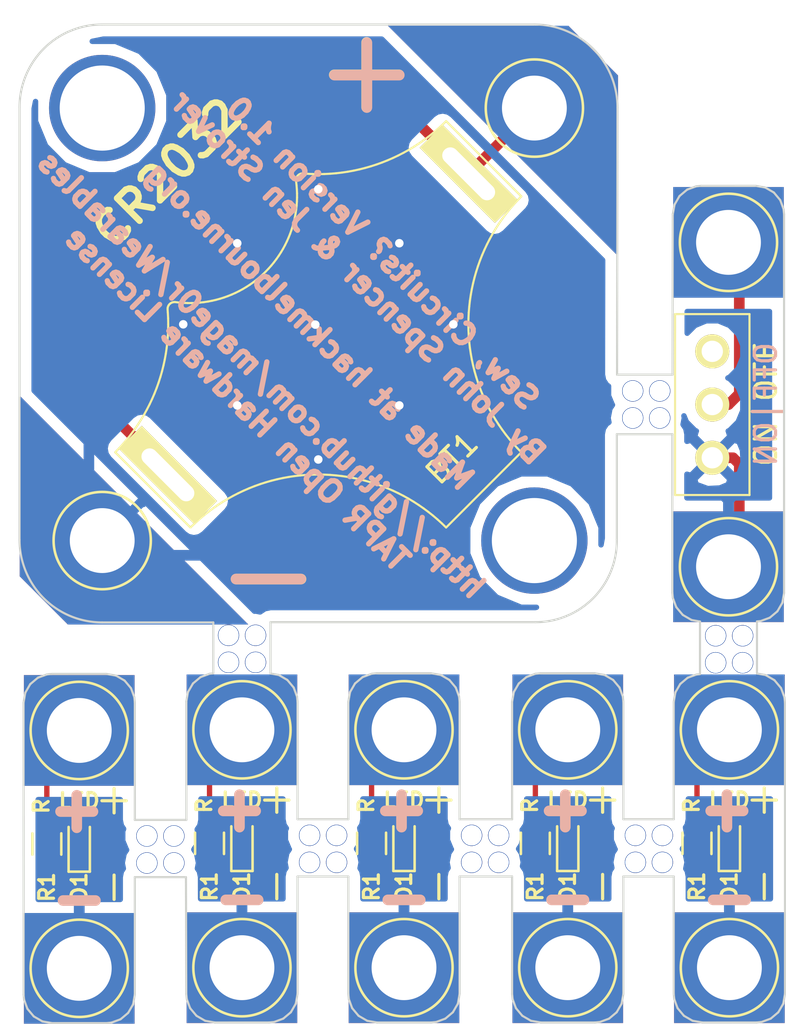
<source format=kicad_pcb>
(kicad_pcb (version 4) (host pcbnew 4.0.4-stable)

  (general
    (links 36)
    (no_connects 12)
    (area 17.81589 17.513889 55.805 66.001001)
    (thickness 1.6)
    (drawings 263)
    (tracks 105)
    (zones 0)
    (modules 39)
    (nets 9)
  )

  (page A4)
  (layers
    (0 F.Cu signal)
    (31 B.Cu signal)
    (32 B.Adhes user)
    (33 F.Adhes user)
    (34 B.Paste user)
    (35 F.Paste user)
    (36 B.SilkS user)
    (37 F.SilkS user)
    (38 B.Mask user)
    (39 F.Mask user)
    (40 Dwgs.User user)
    (41 Cmts.User user)
    (42 Eco1.User user)
    (43 Eco2.User user)
    (44 Edge.Cuts user)
    (45 Margin user)
    (46 B.CrtYd user)
    (47 F.CrtYd user)
    (48 B.Fab user)
    (49 F.Fab user)
  )

  (setup
    (last_trace_width 0.25)
    (user_trace_width 0.25)
    (user_trace_width 0.5)
    (user_trace_width 2.54)
    (trace_clearance 0.2)
    (zone_clearance 0.508)
    (zone_45_only no)
    (trace_min 0.2)
    (segment_width 0.2)
    (edge_width 0.15)
    (via_size 0.6)
    (via_drill 0.4)
    (via_min_size 0.4)
    (via_min_drill 0.3)
    (uvia_size 0.3)
    (uvia_drill 0.1)
    (uvias_allowed no)
    (uvia_min_size 0.2)
    (uvia_min_drill 0.1)
    (pcb_text_width 0.3)
    (pcb_text_size 1.5 1.5)
    (mod_edge_width 0.15)
    (mod_text_size 1 1)
    (mod_text_width 0.15)
    (pad_size 6 9.3)
    (pad_drill 0)
    (pad_to_mask_clearance 0.2)
    (aux_axis_origin 0 0)
    (visible_elements 7FFFF67F)
    (pcbplotparams
      (layerselection 0x010fc_80000001)
      (usegerberextensions true)
      (excludeedgelayer true)
      (linewidth 0.100000)
      (plotframeref false)
      (viasonmask false)
      (mode 1)
      (useauxorigin false)
      (hpglpennumber 1)
      (hpglpenspeed 20)
      (hpglpendiameter 15)
      (hpglpenoverlay 2)
      (psnegative false)
      (psa4output false)
      (plotreference true)
      (plotvalue true)
      (plotinvisibletext false)
      (padsonsilk false)
      (subtractmaskfromsilk false)
      (outputformat 1)
      (mirror false)
      (drillshape 0)
      (scaleselection 1)
      (outputdirectory gerber/))
  )

  (net 0 "")
  (net 1 "Net-(BT1-Pad1)")
  (net 2 "Net-(BT1-Pad2)")
  (net 3 "Net-(D1-Pad1)")
  (net 4 "Net-(D1-Pad2)")
  (net 5 "Net-(P1-Pad1)")
  (net 6 "Net-(P4-Pad1)")
  (net 7 "Net-(P5-Pad1)")
  (net 8 "Net-(SW1-Pad3)")

  (net_class Default "This is the default net class."
    (clearance 0.2)
    (trace_width 0.25)
    (via_dia 0.6)
    (via_drill 0.4)
    (uvia_dia 0.3)
    (uvia_drill 0.1)
    (add_net "Net-(BT1-Pad1)")
    (add_net "Net-(BT1-Pad2)")
    (add_net "Net-(D1-Pad1)")
    (add_net "Net-(D1-Pad2)")
    (add_net "Net-(P1-Pad1)")
    (add_net "Net-(P4-Pad1)")
    (add_net "Net-(P5-Pad1)")
    (add_net "Net-(SW1-Pad3)")
  )

  (net_class heavy ""
    (clearance 0.2)
    (trace_width 0.5)
    (via_dia 0.6)
    (via_drill 0.4)
    (uvia_dia 0.3)
    (uvia_drill 0.1)
  )

  (module Connect:1pin (layer F.Cu) (tedit 59108E80) (tstamp 590F2F5C)
    (at 29.886 51.97 90)
    (descr "module 1 pin (ou trou mecanique de percage)")
    (tags DEV)
    (path /590F0866)
    (fp_text reference P5 (at 0 0 90) (layer F.SilkS) hide
      (effects (font (size 1 1) (thickness 0.15)))
    )
    (fp_text value + (at -3.302 1.524 90) (layer F.SilkS)
      (effects (font (size 1.5 1.5) (thickness 0.15)))
    )
    (fp_circle (center 0 0) (end 2 0.8) (layer F.Fab) (width 0.1))
    (fp_circle (center 0 0) (end 2.6 0) (layer F.CrtYd) (width 0.05))
    (fp_circle (center 0 0) (end 0 -2.286) (layer F.SilkS) (width 0.12))
    (pad 1 thru_hole rect (at 0 0 90) (size 5.2 5.2) (drill 3.048) (layers *.Cu *.Mask)
      (net 7 "Net-(P5-Pad1)"))
  )

  (module libs:break (layer F.Cu) (tedit 590F3640) (tstamp 590F3DF3)
    (at 49.016 57.558)
    (descr "Through hole straight pin header, 2x03, 1.27mm pitch, double rows")
    (tags "Through hole pin header THT 2x03 1.27mm double row")
    (fp_text reference REF** (at 0.635 -1.695) (layer F.SilkS) hide
      (effects (font (size 1 1) (thickness 0.15)))
    )
    (fp_text value b (at 0 1.86) (layer F.Fab) hide
      (effects (font (size 1 1) (thickness 0.15)))
    )
    (fp_text user %R (at 0.635 -1.695) (layer F.Fab) hide
      (effects (font (size 1 1) (thickness 0.15)))
    )
    (pad 1 thru_hole circle (at -0.63 -0.63) (size 1 1) (drill 0.95) (layers *.Cu *.Mask))
    (pad 2 thru_hole oval (at 0.64 -0.63) (size 1 1) (drill 0.95) (layers *.Cu *.Mask))
    (pad 3 thru_hole oval (at -0.63 0.64) (size 1 1) (drill 0.95) (layers *.Cu *.Mask))
    (pad 4 thru_hole oval (at 0.64 0.64) (size 1 1) (drill 0.95) (layers *.Cu *.Mask))
    (model ${KISYS3DMOD}/Pin_Headers.3dshapes/Pin_Header_Straight_2x03_Pitch1.27mm.wrl
      (at (xyz 0 0 0))
      (scale (xyz 1 1 1))
      (rotate (xyz 0 0 0))
    )
  )

  (module Resistors_SMD:R_0603 (layer F.Cu) (tedit 590F2150) (tstamp 590F3DE3)
    (at 43.682 57.304 90)
    (descr "Resistor SMD 0603, reflow soldering, Vishay (see dcrcw.pdf)")
    (tags "resistor 0603")
    (path /590EFFB0)
    (attr smd)
    (fp_text reference R1 (at -2.032 0 90) (layer F.SilkS)
      (effects (font (size 0.7 0.7) (thickness 0.15)))
    )
    (fp_text value R (at 1.778 -0.254 90) (layer F.SilkS)
      (effects (font (size 0.7 0.7) (thickness 0.15)))
    )
    (fp_text user %R (at 0 0 90) (layer F.Fab)
      (effects (font (size 0.5 0.5) (thickness 0.075)))
    )
    (fp_line (start -0.8 0.4) (end -0.8 -0.4) (layer F.Fab) (width 0.1))
    (fp_line (start 0.8 0.4) (end -0.8 0.4) (layer F.Fab) (width 0.1))
    (fp_line (start 0.8 -0.4) (end 0.8 0.4) (layer F.Fab) (width 0.1))
    (fp_line (start -0.8 -0.4) (end 0.8 -0.4) (layer F.Fab) (width 0.1))
    (fp_line (start 0.5 0.68) (end -0.5 0.68) (layer F.SilkS) (width 0.12))
    (fp_line (start -0.5 -0.68) (end 0.5 -0.68) (layer F.SilkS) (width 0.12))
    (fp_line (start -1.25 -0.7) (end 1.25 -0.7) (layer F.CrtYd) (width 0.05))
    (fp_line (start -1.25 -0.7) (end -1.25 0.7) (layer F.CrtYd) (width 0.05))
    (fp_line (start 1.25 0.7) (end 1.25 -0.7) (layer F.CrtYd) (width 0.05))
    (fp_line (start 1.25 0.7) (end -1.25 0.7) (layer F.CrtYd) (width 0.05))
    (pad 1 smd rect (at -0.75 0 90) (size 0.5 0.9) (layers F.Cu F.Paste F.Mask)
      (net 4 "Net-(D1-Pad2)"))
    (pad 2 smd rect (at 0.75 0 90) (size 0.5 0.9) (layers F.Cu F.Paste F.Mask)
      (net 7 "Net-(P5-Pad1)"))
    (model ${KISYS3DMOD}/Resistors_SMD.3dshapes/R_0603.wrl
      (at (xyz 0 0 0))
      (scale (xyz 1 1 1))
      (rotate (xyz 0 0 0))
    )
  )

  (module LEDs:LED_0603 (layer F.Cu) (tedit 590F214C) (tstamp 590F3DCF)
    (at 45.206 57.304 90)
    (descr "LED 0603 smd package")
    (tags "LED led 0603 SMD smd SMT smt smdled SMDLED smtled SMTLED")
    (path /590EFF67)
    (attr smd)
    (fp_text reference D1 (at -2.032 0 90) (layer F.SilkS)
      (effects (font (size 0.7 0.7) (thickness 0.15)))
    )
    (fp_text value LED (at 2.032 0 180) (layer F.SilkS)
      (effects (font (size 0.7 0.7) (thickness 0.15)))
    )
    (fp_line (start -1.3 -0.5) (end -1.3 0.5) (layer F.SilkS) (width 0.12))
    (fp_line (start -0.2 -0.2) (end -0.2 0.2) (layer F.Fab) (width 0.1))
    (fp_line (start -0.15 0) (end 0.15 -0.2) (layer F.Fab) (width 0.1))
    (fp_line (start 0.15 0.2) (end -0.15 0) (layer F.Fab) (width 0.1))
    (fp_line (start 0.15 -0.2) (end 0.15 0.2) (layer F.Fab) (width 0.1))
    (fp_line (start 0.8 0.4) (end -0.8 0.4) (layer F.Fab) (width 0.1))
    (fp_line (start 0.8 -0.4) (end 0.8 0.4) (layer F.Fab) (width 0.1))
    (fp_line (start -0.8 -0.4) (end 0.8 -0.4) (layer F.Fab) (width 0.1))
    (fp_line (start -0.8 0.4) (end -0.8 -0.4) (layer F.Fab) (width 0.1))
    (fp_line (start -1.3 0.5) (end 0.8 0.5) (layer F.SilkS) (width 0.12))
    (fp_line (start -1.3 -0.5) (end 0.8 -0.5) (layer F.SilkS) (width 0.12))
    (fp_line (start 1.45 -0.65) (end 1.45 0.65) (layer F.CrtYd) (width 0.05))
    (fp_line (start 1.45 0.65) (end -1.45 0.65) (layer F.CrtYd) (width 0.05))
    (fp_line (start -1.45 0.65) (end -1.45 -0.65) (layer F.CrtYd) (width 0.05))
    (fp_line (start -1.45 -0.65) (end 1.45 -0.65) (layer F.CrtYd) (width 0.05))
    (pad 2 smd rect (at 0.8 0 270) (size 0.8 0.8) (layers F.Cu F.Paste F.Mask)
      (net 4 "Net-(D1-Pad2)"))
    (pad 1 smd rect (at -0.8 0 270) (size 0.8 0.8) (layers F.Cu F.Paste F.Mask)
      (net 3 "Net-(D1-Pad1)"))
    (model LEDs.3dshapes/LED_0603.wrl
      (at (xyz 0 0 0))
      (scale (xyz 1 1 1))
      (rotate (xyz 0 0 180))
    )
  )

  (module Connect:1pin (layer F.Cu) (tedit 59108E67) (tstamp 590F3DC8)
    (at 45.206 63.146 90)
    (descr "module 1 pin (ou trou mecanique de percage)")
    (tags DEV)
    (path /590F07E3)
    (fp_text reference P6 (at 0 0 90) (layer F.SilkS) hide
      (effects (font (size 1 1) (thickness 0.15)))
    )
    (fp_text value - (at 3.81 1.524 90) (layer F.SilkS)
      (effects (font (size 1.5 1.5) (thickness 0.15)))
    )
    (fp_circle (center 0 0) (end 2 0.8) (layer F.Fab) (width 0.1))
    (fp_circle (center 0 0) (end 2.6 0) (layer F.CrtYd) (width 0.05))
    (fp_circle (center 0 0) (end 0 -2.286) (layer F.SilkS) (width 0.12))
    (pad 1 thru_hole rect (at 0 0 90) (size 5.2 5.2) (drill 3.048) (layers *.Cu *.Mask)
      (net 3 "Net-(D1-Pad1)"))
  )

  (module Connect:1pin (layer F.Cu) (tedit 59108E61) (tstamp 590F3DC1)
    (at 45.206 51.97 90)
    (descr "module 1 pin (ou trou mecanique de percage)")
    (tags DEV)
    (path /590F0866)
    (fp_text reference P5 (at 0 0 90) (layer F.SilkS) hide
      (effects (font (size 1 1) (thickness 0.15)))
    )
    (fp_text value + (at -3.302 1.524 90) (layer F.SilkS)
      (effects (font (size 1.5 1.5) (thickness 0.15)))
    )
    (fp_circle (center 0 0) (end 2 0.8) (layer F.Fab) (width 0.1))
    (fp_circle (center 0 0) (end 2.6 0) (layer F.CrtYd) (width 0.05))
    (fp_circle (center 0 0) (end 0 -2.286) (layer F.SilkS) (width 0.12))
    (pad 1 thru_hole rect (at 0 0 90) (size 5.2 5.2) (drill 3.048) (layers *.Cu *.Mask)
      (net 7 "Net-(P5-Pad1)"))
  )

  (module libs:break (layer F.Cu) (tedit 590F3640) (tstamp 590F3D99)
    (at 26.046 57.588)
    (descr "Through hole straight pin header, 2x03, 1.27mm pitch, double rows")
    (tags "Through hole pin header THT 2x03 1.27mm double row")
    (fp_text reference REF** (at 0.635 -1.695) (layer F.SilkS) hide
      (effects (font (size 1 1) (thickness 0.15)))
    )
    (fp_text value b (at 0 1.86) (layer F.Fab) hide
      (effects (font (size 1 1) (thickness 0.15)))
    )
    (fp_text user %R (at 0.635 -1.695) (layer F.Fab) hide
      (effects (font (size 1 1) (thickness 0.15)))
    )
    (pad 1 thru_hole circle (at -0.63 -0.63) (size 1 1) (drill 0.95) (layers *.Cu *.Mask))
    (pad 2 thru_hole oval (at 0.64 -0.63) (size 1 1) (drill 0.95) (layers *.Cu *.Mask))
    (pad 3 thru_hole oval (at -0.63 0.64) (size 1 1) (drill 0.95) (layers *.Cu *.Mask))
    (pad 4 thru_hole oval (at 0.64 0.64) (size 1 1) (drill 0.95) (layers *.Cu *.Mask))
    (model ${KISYS3DMOD}/Pin_Headers.3dshapes/Pin_Header_Straight_2x03_Pitch1.27mm.wrl
      (at (xyz 0 0 0))
      (scale (xyz 1 1 1))
      (rotate (xyz 0 0 0))
    )
  )

  (module Resistors_SMD:R_0603 (layer F.Cu) (tedit 590F2150) (tstamp 590F3D89)
    (at 20.712 57.334 90)
    (descr "Resistor SMD 0603, reflow soldering, Vishay (see dcrcw.pdf)")
    (tags "resistor 0603")
    (path /590EFFB0)
    (attr smd)
    (fp_text reference R1 (at -2.032 0 90) (layer F.SilkS)
      (effects (font (size 0.7 0.7) (thickness 0.15)))
    )
    (fp_text value R (at 1.778 -0.254 90) (layer F.SilkS)
      (effects (font (size 0.7 0.7) (thickness 0.15)))
    )
    (fp_text user %R (at 0 0 90) (layer F.Fab)
      (effects (font (size 0.5 0.5) (thickness 0.075)))
    )
    (fp_line (start -0.8 0.4) (end -0.8 -0.4) (layer F.Fab) (width 0.1))
    (fp_line (start 0.8 0.4) (end -0.8 0.4) (layer F.Fab) (width 0.1))
    (fp_line (start 0.8 -0.4) (end 0.8 0.4) (layer F.Fab) (width 0.1))
    (fp_line (start -0.8 -0.4) (end 0.8 -0.4) (layer F.Fab) (width 0.1))
    (fp_line (start 0.5 0.68) (end -0.5 0.68) (layer F.SilkS) (width 0.12))
    (fp_line (start -0.5 -0.68) (end 0.5 -0.68) (layer F.SilkS) (width 0.12))
    (fp_line (start -1.25 -0.7) (end 1.25 -0.7) (layer F.CrtYd) (width 0.05))
    (fp_line (start -1.25 -0.7) (end -1.25 0.7) (layer F.CrtYd) (width 0.05))
    (fp_line (start 1.25 0.7) (end 1.25 -0.7) (layer F.CrtYd) (width 0.05))
    (fp_line (start 1.25 0.7) (end -1.25 0.7) (layer F.CrtYd) (width 0.05))
    (pad 1 smd rect (at -0.75 0 90) (size 0.5 0.9) (layers F.Cu F.Paste F.Mask)
      (net 4 "Net-(D1-Pad2)"))
    (pad 2 smd rect (at 0.75 0 90) (size 0.5 0.9) (layers F.Cu F.Paste F.Mask)
      (net 7 "Net-(P5-Pad1)"))
    (model ${KISYS3DMOD}/Resistors_SMD.3dshapes/R_0603.wrl
      (at (xyz 0 0 0))
      (scale (xyz 1 1 1))
      (rotate (xyz 0 0 0))
    )
  )

  (module LEDs:LED_0603 (layer F.Cu) (tedit 590F214C) (tstamp 590F3D75)
    (at 22.236 57.334 90)
    (descr "LED 0603 smd package")
    (tags "LED led 0603 SMD smd SMT smt smdled SMDLED smtled SMTLED")
    (path /590EFF67)
    (attr smd)
    (fp_text reference D1 (at -2.032 0 90) (layer F.SilkS)
      (effects (font (size 0.7 0.7) (thickness 0.15)))
    )
    (fp_text value LED (at 2.032 0 180) (layer F.SilkS)
      (effects (font (size 0.7 0.7) (thickness 0.15)))
    )
    (fp_line (start -1.3 -0.5) (end -1.3 0.5) (layer F.SilkS) (width 0.12))
    (fp_line (start -0.2 -0.2) (end -0.2 0.2) (layer F.Fab) (width 0.1))
    (fp_line (start -0.15 0) (end 0.15 -0.2) (layer F.Fab) (width 0.1))
    (fp_line (start 0.15 0.2) (end -0.15 0) (layer F.Fab) (width 0.1))
    (fp_line (start 0.15 -0.2) (end 0.15 0.2) (layer F.Fab) (width 0.1))
    (fp_line (start 0.8 0.4) (end -0.8 0.4) (layer F.Fab) (width 0.1))
    (fp_line (start 0.8 -0.4) (end 0.8 0.4) (layer F.Fab) (width 0.1))
    (fp_line (start -0.8 -0.4) (end 0.8 -0.4) (layer F.Fab) (width 0.1))
    (fp_line (start -0.8 0.4) (end -0.8 -0.4) (layer F.Fab) (width 0.1))
    (fp_line (start -1.3 0.5) (end 0.8 0.5) (layer F.SilkS) (width 0.12))
    (fp_line (start -1.3 -0.5) (end 0.8 -0.5) (layer F.SilkS) (width 0.12))
    (fp_line (start 1.45 -0.65) (end 1.45 0.65) (layer F.CrtYd) (width 0.05))
    (fp_line (start 1.45 0.65) (end -1.45 0.65) (layer F.CrtYd) (width 0.05))
    (fp_line (start -1.45 0.65) (end -1.45 -0.65) (layer F.CrtYd) (width 0.05))
    (fp_line (start -1.45 -0.65) (end 1.45 -0.65) (layer F.CrtYd) (width 0.05))
    (pad 2 smd rect (at 0.8 0 270) (size 0.8 0.8) (layers F.Cu F.Paste F.Mask)
      (net 4 "Net-(D1-Pad2)"))
    (pad 1 smd rect (at -0.8 0 270) (size 0.8 0.8) (layers F.Cu F.Paste F.Mask)
      (net 3 "Net-(D1-Pad1)"))
    (model LEDs.3dshapes/LED_0603.wrl
      (at (xyz 0 0 0))
      (scale (xyz 1 1 1))
      (rotate (xyz 0 0 180))
    )
  )

  (module Connect:1pin (layer F.Cu) (tedit 59108E8B) (tstamp 590F3D6E)
    (at 22.236 63.176 90)
    (descr "module 1 pin (ou trou mecanique de percage)")
    (tags DEV)
    (path /590F07E3)
    (fp_text reference P6 (at 0 0 90) (layer F.SilkS) hide
      (effects (font (size 1 1) (thickness 0.15)))
    )
    (fp_text value - (at 3.81 1.524 90) (layer F.SilkS)
      (effects (font (size 1.5 1.5) (thickness 0.15)))
    )
    (fp_circle (center 0 0) (end 2 0.8) (layer F.Fab) (width 0.1))
    (fp_circle (center 0 0) (end 2.6 0) (layer F.CrtYd) (width 0.05))
    (fp_circle (center 0 0) (end 0 -2.286) (layer F.SilkS) (width 0.12))
    (pad 1 thru_hole rect (at 0 0 90) (size 5.2 5.2) (drill 3.048) (layers *.Cu *.Mask)
      (net 3 "Net-(D1-Pad1)"))
  )

  (module Connect:1pin (layer F.Cu) (tedit 59108E91) (tstamp 590F3D67)
    (at 22.236 52 90)
    (descr "module 1 pin (ou trou mecanique de percage)")
    (tags DEV)
    (path /590F0866)
    (fp_text reference P5 (at 0 0 90) (layer F.SilkS) hide
      (effects (font (size 1 1) (thickness 0.15)))
    )
    (fp_text value + (at -3.302 1.524 90) (layer F.SilkS)
      (effects (font (size 1.5 1.5) (thickness 0.15)))
    )
    (fp_circle (center 0 0) (end 2 0.8) (layer F.Fab) (width 0.1))
    (fp_circle (center 0 0) (end 2.6 0) (layer F.CrtYd) (width 0.05))
    (fp_circle (center 0 0) (end 0 -2.286) (layer F.SilkS) (width 0.12))
    (pad 1 thru_hole rect (at 0 0 90) (size 5.2 5.2) (drill 3.048) (layers *.Cu *.Mask)
      (net 7 "Net-(P5-Pad1)"))
  )

  (module Connect:1pin (layer F.Cu) (tedit 59108E72) (tstamp 590F3B97)
    (at 37.506 51.97 90)
    (descr "module 1 pin (ou trou mecanique de percage)")
    (tags DEV)
    (path /590F0866)
    (fp_text reference P5 (at 0 0 90) (layer F.SilkS) hide
      (effects (font (size 1 1) (thickness 0.15)))
    )
    (fp_text value + (at -3.302 1.524 90) (layer F.SilkS)
      (effects (font (size 1.5 1.5) (thickness 0.15)))
    )
    (fp_circle (center 0 0) (end 2 0.8) (layer F.Fab) (width 0.1))
    (fp_circle (center 0 0) (end 2.6 0) (layer F.CrtYd) (width 0.05))
    (fp_circle (center 0 0) (end 0 -2.286) (layer F.SilkS) (width 0.12))
    (pad 1 thru_hole rect (at 0 0 90) (size 5.2 5.2) (drill 3.048) (layers *.Cu *.Mask)
      (net 7 "Net-(P5-Pad1)"))
  )

  (module Connect:1pin (layer F.Cu) (tedit 59108E76) (tstamp 590F3B90)
    (at 37.506 63.146 90)
    (descr "module 1 pin (ou trou mecanique de percage)")
    (tags DEV)
    (path /590F07E3)
    (fp_text reference P6 (at 0 0 90) (layer F.SilkS) hide
      (effects (font (size 1 1) (thickness 0.15)))
    )
    (fp_text value - (at 3.81 1.524 90) (layer F.SilkS)
      (effects (font (size 1.5 1.5) (thickness 0.15)))
    )
    (fp_circle (center 0 0) (end 2 0.8) (layer F.Fab) (width 0.1))
    (fp_circle (center 0 0) (end 2.6 0) (layer F.CrtYd) (width 0.05))
    (fp_circle (center 0 0) (end 0 -2.286) (layer F.SilkS) (width 0.12))
    (pad 1 thru_hole rect (at 0 0 90) (size 5.2 5.2) (drill 3.048) (layers *.Cu *.Mask)
      (net 3 "Net-(D1-Pad1)"))
  )

  (module LEDs:LED_0603 (layer F.Cu) (tedit 590F214C) (tstamp 590F3B7C)
    (at 37.506 57.304 90)
    (descr "LED 0603 smd package")
    (tags "LED led 0603 SMD smd SMT smt smdled SMDLED smtled SMTLED")
    (path /590EFF67)
    (attr smd)
    (fp_text reference D1 (at -2.032 0 90) (layer F.SilkS)
      (effects (font (size 0.7 0.7) (thickness 0.15)))
    )
    (fp_text value LED (at 2.032 0 180) (layer F.SilkS)
      (effects (font (size 0.7 0.7) (thickness 0.15)))
    )
    (fp_line (start -1.3 -0.5) (end -1.3 0.5) (layer F.SilkS) (width 0.12))
    (fp_line (start -0.2 -0.2) (end -0.2 0.2) (layer F.Fab) (width 0.1))
    (fp_line (start -0.15 0) (end 0.15 -0.2) (layer F.Fab) (width 0.1))
    (fp_line (start 0.15 0.2) (end -0.15 0) (layer F.Fab) (width 0.1))
    (fp_line (start 0.15 -0.2) (end 0.15 0.2) (layer F.Fab) (width 0.1))
    (fp_line (start 0.8 0.4) (end -0.8 0.4) (layer F.Fab) (width 0.1))
    (fp_line (start 0.8 -0.4) (end 0.8 0.4) (layer F.Fab) (width 0.1))
    (fp_line (start -0.8 -0.4) (end 0.8 -0.4) (layer F.Fab) (width 0.1))
    (fp_line (start -0.8 0.4) (end -0.8 -0.4) (layer F.Fab) (width 0.1))
    (fp_line (start -1.3 0.5) (end 0.8 0.5) (layer F.SilkS) (width 0.12))
    (fp_line (start -1.3 -0.5) (end 0.8 -0.5) (layer F.SilkS) (width 0.12))
    (fp_line (start 1.45 -0.65) (end 1.45 0.65) (layer F.CrtYd) (width 0.05))
    (fp_line (start 1.45 0.65) (end -1.45 0.65) (layer F.CrtYd) (width 0.05))
    (fp_line (start -1.45 0.65) (end -1.45 -0.65) (layer F.CrtYd) (width 0.05))
    (fp_line (start -1.45 -0.65) (end 1.45 -0.65) (layer F.CrtYd) (width 0.05))
    (pad 2 smd rect (at 0.8 0 270) (size 0.8 0.8) (layers F.Cu F.Paste F.Mask)
      (net 4 "Net-(D1-Pad2)"))
    (pad 1 smd rect (at -0.8 0 270) (size 0.8 0.8) (layers F.Cu F.Paste F.Mask)
      (net 3 "Net-(D1-Pad1)"))
    (model LEDs.3dshapes/LED_0603.wrl
      (at (xyz 0 0 0))
      (scale (xyz 1 1 1))
      (rotate (xyz 0 0 180))
    )
  )

  (module Resistors_SMD:R_0603 (layer F.Cu) (tedit 590F2150) (tstamp 590F3B6C)
    (at 35.982 57.304 90)
    (descr "Resistor SMD 0603, reflow soldering, Vishay (see dcrcw.pdf)")
    (tags "resistor 0603")
    (path /590EFFB0)
    (attr smd)
    (fp_text reference R1 (at -2.032 0 90) (layer F.SilkS)
      (effects (font (size 0.7 0.7) (thickness 0.15)))
    )
    (fp_text value R (at 1.778 -0.254 90) (layer F.SilkS)
      (effects (font (size 0.7 0.7) (thickness 0.15)))
    )
    (fp_text user %R (at 0 0 90) (layer F.Fab)
      (effects (font (size 0.5 0.5) (thickness 0.075)))
    )
    (fp_line (start -0.8 0.4) (end -0.8 -0.4) (layer F.Fab) (width 0.1))
    (fp_line (start 0.8 0.4) (end -0.8 0.4) (layer F.Fab) (width 0.1))
    (fp_line (start 0.8 -0.4) (end 0.8 0.4) (layer F.Fab) (width 0.1))
    (fp_line (start -0.8 -0.4) (end 0.8 -0.4) (layer F.Fab) (width 0.1))
    (fp_line (start 0.5 0.68) (end -0.5 0.68) (layer F.SilkS) (width 0.12))
    (fp_line (start -0.5 -0.68) (end 0.5 -0.68) (layer F.SilkS) (width 0.12))
    (fp_line (start -1.25 -0.7) (end 1.25 -0.7) (layer F.CrtYd) (width 0.05))
    (fp_line (start -1.25 -0.7) (end -1.25 0.7) (layer F.CrtYd) (width 0.05))
    (fp_line (start 1.25 0.7) (end 1.25 -0.7) (layer F.CrtYd) (width 0.05))
    (fp_line (start 1.25 0.7) (end -1.25 0.7) (layer F.CrtYd) (width 0.05))
    (pad 1 smd rect (at -0.75 0 90) (size 0.5 0.9) (layers F.Cu F.Paste F.Mask)
      (net 4 "Net-(D1-Pad2)"))
    (pad 2 smd rect (at 0.75 0 90) (size 0.5 0.9) (layers F.Cu F.Paste F.Mask)
      (net 7 "Net-(P5-Pad1)"))
    (model ${KISYS3DMOD}/Resistors_SMD.3dshapes/R_0603.wrl
      (at (xyz 0 0 0))
      (scale (xyz 1 1 1))
      (rotate (xyz 0 0 0))
    )
  )

  (module libs:break (layer F.Cu) (tedit 590F3640) (tstamp 590F3B64)
    (at 41.316 57.558)
    (descr "Through hole straight pin header, 2x03, 1.27mm pitch, double rows")
    (tags "Through hole pin header THT 2x03 1.27mm double row")
    (fp_text reference REF** (at 0.635 -1.695) (layer F.SilkS) hide
      (effects (font (size 1 1) (thickness 0.15)))
    )
    (fp_text value b (at 0 1.86) (layer F.Fab) hide
      (effects (font (size 1 1) (thickness 0.15)))
    )
    (fp_text user %R (at 0.635 -1.695) (layer F.Fab) hide
      (effects (font (size 1 1) (thickness 0.15)))
    )
    (pad 1 thru_hole circle (at -0.63 -0.63) (size 1 1) (drill 0.95) (layers *.Cu *.Mask))
    (pad 2 thru_hole oval (at 0.64 -0.63) (size 1 1) (drill 0.95) (layers *.Cu *.Mask))
    (pad 3 thru_hole oval (at -0.63 0.64) (size 1 1) (drill 0.95) (layers *.Cu *.Mask))
    (pad 4 thru_hole oval (at 0.64 0.64) (size 1 1) (drill 0.95) (layers *.Cu *.Mask))
    (model ${KISYS3DMOD}/Pin_Headers.3dshapes/Pin_Header_Straight_2x03_Pitch1.27mm.wrl
      (at (xyz 0 0 0))
      (scale (xyz 1 1 1))
      (rotate (xyz 0 0 0))
    )
  )

  (module libs:break (layer F.Cu) (tedit 590F3640) (tstamp 590F3B4F)
    (at 33.696 57.558)
    (descr "Through hole straight pin header, 2x03, 1.27mm pitch, double rows")
    (tags "Through hole pin header THT 2x03 1.27mm double row")
    (fp_text reference REF** (at 0.635 -1.695) (layer F.SilkS) hide
      (effects (font (size 1 1) (thickness 0.15)))
    )
    (fp_text value b (at 0 1.86) (layer F.Fab) hide
      (effects (font (size 1 1) (thickness 0.15)))
    )
    (fp_text user %R (at 0.635 -1.695) (layer F.Fab) hide
      (effects (font (size 1 1) (thickness 0.15)))
    )
    (pad 1 thru_hole circle (at -0.63 -0.63) (size 1 1) (drill 0.95) (layers *.Cu *.Mask))
    (pad 2 thru_hole oval (at 0.64 -0.63) (size 1 1) (drill 0.95) (layers *.Cu *.Mask))
    (pad 3 thru_hole oval (at -0.63 0.64) (size 1 1) (drill 0.95) (layers *.Cu *.Mask))
    (pad 4 thru_hole oval (at 0.64 0.64) (size 1 1) (drill 0.95) (layers *.Cu *.Mask))
    (model ${KISYS3DMOD}/Pin_Headers.3dshapes/Pin_Header_Straight_2x03_Pitch1.27mm.wrl
      (at (xyz 0 0 0))
      (scale (xyz 1 1 1))
      (rotate (xyz 0 0 0))
    )
  )

  (module Resistors_SMD:R_0603 (layer F.Cu) (tedit 590F2150) (tstamp 590F2F7E)
    (at 28.362 57.304 90)
    (descr "Resistor SMD 0603, reflow soldering, Vishay (see dcrcw.pdf)")
    (tags "resistor 0603")
    (path /590EFFB0)
    (attr smd)
    (fp_text reference R1 (at -2.032 0 90) (layer F.SilkS)
      (effects (font (size 0.7 0.7) (thickness 0.15)))
    )
    (fp_text value R (at 1.778 -0.254 90) (layer F.SilkS)
      (effects (font (size 0.7 0.7) (thickness 0.15)))
    )
    (fp_text user %R (at 0 0 90) (layer F.Fab)
      (effects (font (size 0.5 0.5) (thickness 0.075)))
    )
    (fp_line (start -0.8 0.4) (end -0.8 -0.4) (layer F.Fab) (width 0.1))
    (fp_line (start 0.8 0.4) (end -0.8 0.4) (layer F.Fab) (width 0.1))
    (fp_line (start 0.8 -0.4) (end 0.8 0.4) (layer F.Fab) (width 0.1))
    (fp_line (start -0.8 -0.4) (end 0.8 -0.4) (layer F.Fab) (width 0.1))
    (fp_line (start 0.5 0.68) (end -0.5 0.68) (layer F.SilkS) (width 0.12))
    (fp_line (start -0.5 -0.68) (end 0.5 -0.68) (layer F.SilkS) (width 0.12))
    (fp_line (start -1.25 -0.7) (end 1.25 -0.7) (layer F.CrtYd) (width 0.05))
    (fp_line (start -1.25 -0.7) (end -1.25 0.7) (layer F.CrtYd) (width 0.05))
    (fp_line (start 1.25 0.7) (end 1.25 -0.7) (layer F.CrtYd) (width 0.05))
    (fp_line (start 1.25 0.7) (end -1.25 0.7) (layer F.CrtYd) (width 0.05))
    (pad 1 smd rect (at -0.75 0 90) (size 0.5 0.9) (layers F.Cu F.Paste F.Mask)
      (net 4 "Net-(D1-Pad2)"))
    (pad 2 smd rect (at 0.75 0 90) (size 0.5 0.9) (layers F.Cu F.Paste F.Mask)
      (net 7 "Net-(P5-Pad1)"))
    (model ${KISYS3DMOD}/Resistors_SMD.3dshapes/R_0603.wrl
      (at (xyz 0 0 0))
      (scale (xyz 1 1 1))
      (rotate (xyz 0 0 0))
    )
  )

  (module LEDs:LED_0603 (layer F.Cu) (tedit 590F214C) (tstamp 590F2F6A)
    (at 29.886 57.304 90)
    (descr "LED 0603 smd package")
    (tags "LED led 0603 SMD smd SMT smt smdled SMDLED smtled SMTLED")
    (path /590EFF67)
    (attr smd)
    (fp_text reference D1 (at -2.032 0 90) (layer F.SilkS)
      (effects (font (size 0.7 0.7) (thickness 0.15)))
    )
    (fp_text value LED (at 2.032 0 180) (layer F.SilkS)
      (effects (font (size 0.7 0.7) (thickness 0.15)))
    )
    (fp_line (start -1.3 -0.5) (end -1.3 0.5) (layer F.SilkS) (width 0.12))
    (fp_line (start -0.2 -0.2) (end -0.2 0.2) (layer F.Fab) (width 0.1))
    (fp_line (start -0.15 0) (end 0.15 -0.2) (layer F.Fab) (width 0.1))
    (fp_line (start 0.15 0.2) (end -0.15 0) (layer F.Fab) (width 0.1))
    (fp_line (start 0.15 -0.2) (end 0.15 0.2) (layer F.Fab) (width 0.1))
    (fp_line (start 0.8 0.4) (end -0.8 0.4) (layer F.Fab) (width 0.1))
    (fp_line (start 0.8 -0.4) (end 0.8 0.4) (layer F.Fab) (width 0.1))
    (fp_line (start -0.8 -0.4) (end 0.8 -0.4) (layer F.Fab) (width 0.1))
    (fp_line (start -0.8 0.4) (end -0.8 -0.4) (layer F.Fab) (width 0.1))
    (fp_line (start -1.3 0.5) (end 0.8 0.5) (layer F.SilkS) (width 0.12))
    (fp_line (start -1.3 -0.5) (end 0.8 -0.5) (layer F.SilkS) (width 0.12))
    (fp_line (start 1.45 -0.65) (end 1.45 0.65) (layer F.CrtYd) (width 0.05))
    (fp_line (start 1.45 0.65) (end -1.45 0.65) (layer F.CrtYd) (width 0.05))
    (fp_line (start -1.45 0.65) (end -1.45 -0.65) (layer F.CrtYd) (width 0.05))
    (fp_line (start -1.45 -0.65) (end 1.45 -0.65) (layer F.CrtYd) (width 0.05))
    (pad 2 smd rect (at 0.8 0 270) (size 0.8 0.8) (layers F.Cu F.Paste F.Mask)
      (net 4 "Net-(D1-Pad2)"))
    (pad 1 smd rect (at -0.8 0 270) (size 0.8 0.8) (layers F.Cu F.Paste F.Mask)
      (net 3 "Net-(D1-Pad1)"))
    (model LEDs.3dshapes/LED_0603.wrl
      (at (xyz 0 0 0))
      (scale (xyz 1 1 1))
      (rotate (xyz 0 0 180))
    )
  )

  (module Connect:1pin (layer F.Cu) (tedit 59108E86) (tstamp 590F2F63)
    (at 29.886 63.146 90)
    (descr "module 1 pin (ou trou mecanique de percage)")
    (tags DEV)
    (path /590F07E3)
    (fp_text reference P6 (at 0 0 90) (layer F.SilkS) hide
      (effects (font (size 1 1) (thickness 0.15)))
    )
    (fp_text value - (at 3.81 1.524 90) (layer F.SilkS)
      (effects (font (size 1.5 1.5) (thickness 0.15)))
    )
    (fp_circle (center 0 0) (end 2 0.8) (layer F.Fab) (width 0.1))
    (fp_circle (center 0 0) (end 2.6 0) (layer F.CrtYd) (width 0.05))
    (fp_circle (center 0 0) (end 0 -2.286) (layer F.SilkS) (width 0.12))
    (pad 1 thru_hole rect (at 0 0 90) (size 5.2 5.2) (drill 3.048) (layers *.Cu *.Mask)
      (net 3 "Net-(D1-Pad1)"))
  )

  (module libs:break (layer F.Cu) (tedit 590F3640) (tstamp 590F3B3C)
    (at 29.886 48.16)
    (descr "Through hole straight pin header, 2x03, 1.27mm pitch, double rows")
    (tags "Through hole pin header THT 2x03 1.27mm double row")
    (fp_text reference REF** (at 0.635 -1.695) (layer F.SilkS) hide
      (effects (font (size 1 1) (thickness 0.15)))
    )
    (fp_text value b (at 0 1.86) (layer F.Fab) hide
      (effects (font (size 1 1) (thickness 0.15)))
    )
    (fp_text user %R (at 0.635 -1.695) (layer F.Fab) hide
      (effects (font (size 1 1) (thickness 0.15)))
    )
    (pad 1 thru_hole circle (at -0.63 -0.63) (size 1 1) (drill 0.95) (layers *.Cu *.Mask))
    (pad 2 thru_hole oval (at 0.64 -0.63) (size 1 1) (drill 0.95) (layers *.Cu *.Mask))
    (pad 3 thru_hole oval (at -0.63 0.64) (size 1 1) (drill 0.95) (layers *.Cu *.Mask))
    (pad 4 thru_hole oval (at 0.64 0.64) (size 1 1) (drill 0.95) (layers *.Cu *.Mask))
    (model ${KISYS3DMOD}/Pin_Headers.3dshapes/Pin_Header_Straight_2x03_Pitch1.27mm.wrl
      (at (xyz 0 0 0))
      (scale (xyz 1 1 1))
      (rotate (xyz 0 0 0))
    )
  )

  (module libs:break (layer F.Cu) (tedit 590F3640) (tstamp 590F3E5B)
    (at 52.79 48.18)
    (descr "Through hole straight pin header, 2x03, 1.27mm pitch, double rows")
    (tags "Through hole pin header THT 2x03 1.27mm double row")
    (fp_text reference REF** (at 0.635 -1.695) (layer F.SilkS) hide
      (effects (font (size 1 1) (thickness 0.15)))
    )
    (fp_text value b (at 0 1.86) (layer F.Fab) hide
      (effects (font (size 1 1) (thickness 0.15)))
    )
    (fp_text user %R (at 0.635 -1.695) (layer F.Fab) hide
      (effects (font (size 1 1) (thickness 0.15)))
    )
    (pad 1 thru_hole circle (at -0.63 -0.63) (size 1 1) (drill 0.95) (layers *.Cu *.Mask))
    (pad 2 thru_hole oval (at 0.64 -0.63) (size 1 1) (drill 0.95) (layers *.Cu *.Mask))
    (pad 3 thru_hole oval (at -0.63 0.64) (size 1 1) (drill 0.95) (layers *.Cu *.Mask))
    (pad 4 thru_hole oval (at 0.64 0.64) (size 1 1) (drill 0.95) (layers *.Cu *.Mask))
    (model ${KISYS3DMOD}/Pin_Headers.3dshapes/Pin_Header_Straight_2x03_Pitch1.27mm.wrl
      (at (xyz 0 0 0))
      (scale (xyz 1 1 1))
      (rotate (xyz 0 0 0))
    )
  )

  (module Connect:1pin (layer F.Cu) (tedit 59108E55) (tstamp 590F3E3E)
    (at 52.806 51.97 90)
    (descr "module 1 pin (ou trou mecanique de percage)")
    (tags DEV)
    (path /590F0866)
    (fp_text reference P5 (at 0 0 90) (layer F.SilkS) hide
      (effects (font (size 1 1) (thickness 0.15)))
    )
    (fp_text value + (at -3.302 1.524 90) (layer F.SilkS)
      (effects (font (size 1.5 1.5) (thickness 0.15)))
    )
    (fp_circle (center 0 0) (end 2 0.8) (layer F.Fab) (width 0.1))
    (fp_circle (center 0 0) (end 2.6 0) (layer F.CrtYd) (width 0.05))
    (fp_circle (center 0 0) (end 0 -2.286) (layer F.SilkS) (width 0.12))
    (pad 1 thru_hole rect (at 0 0 90) (size 5.2 5.2) (drill 3.048) (layers *.Cu *.Mask)
      (net 7 "Net-(P5-Pad1)"))
  )

  (module Connect:1pin (layer F.Cu) (tedit 59108E5B) (tstamp 590F3E37)
    (at 52.806 63.146 90)
    (descr "module 1 pin (ou trou mecanique de percage)")
    (tags DEV)
    (path /590F07E3)
    (fp_text reference P6 (at 0 0 90) (layer F.SilkS) hide
      (effects (font (size 1 1) (thickness 0.15)))
    )
    (fp_text value - (at 3.81 1.524 90) (layer F.SilkS)
      (effects (font (size 1.5 1.5) (thickness 0.15)))
    )
    (fp_circle (center 0 0) (end 2 0.8) (layer F.Fab) (width 0.1))
    (fp_circle (center 0 0) (end 2.6 0) (layer F.CrtYd) (width 0.05))
    (fp_circle (center 0 0) (end 0 -2.286) (layer F.SilkS) (width 0.12))
    (pad 1 thru_hole rect (at 0 0 90) (size 5.2 5.2) (drill 3.048) (layers *.Cu *.Mask)
      (net 3 "Net-(D1-Pad1)"))
  )

  (module LEDs:LED_0603 (layer F.Cu) (tedit 590F214C) (tstamp 590F3E23)
    (at 52.806 57.304 90)
    (descr "LED 0603 smd package")
    (tags "LED led 0603 SMD smd SMT smt smdled SMDLED smtled SMTLED")
    (path /590EFF67)
    (attr smd)
    (fp_text reference D1 (at -2.032 0 90) (layer F.SilkS)
      (effects (font (size 0.7 0.7) (thickness 0.15)))
    )
    (fp_text value LED (at 2.032 0 180) (layer F.SilkS)
      (effects (font (size 0.7 0.7) (thickness 0.15)))
    )
    (fp_line (start -1.3 -0.5) (end -1.3 0.5) (layer F.SilkS) (width 0.12))
    (fp_line (start -0.2 -0.2) (end -0.2 0.2) (layer F.Fab) (width 0.1))
    (fp_line (start -0.15 0) (end 0.15 -0.2) (layer F.Fab) (width 0.1))
    (fp_line (start 0.15 0.2) (end -0.15 0) (layer F.Fab) (width 0.1))
    (fp_line (start 0.15 -0.2) (end 0.15 0.2) (layer F.Fab) (width 0.1))
    (fp_line (start 0.8 0.4) (end -0.8 0.4) (layer F.Fab) (width 0.1))
    (fp_line (start 0.8 -0.4) (end 0.8 0.4) (layer F.Fab) (width 0.1))
    (fp_line (start -0.8 -0.4) (end 0.8 -0.4) (layer F.Fab) (width 0.1))
    (fp_line (start -0.8 0.4) (end -0.8 -0.4) (layer F.Fab) (width 0.1))
    (fp_line (start -1.3 0.5) (end 0.8 0.5) (layer F.SilkS) (width 0.12))
    (fp_line (start -1.3 -0.5) (end 0.8 -0.5) (layer F.SilkS) (width 0.12))
    (fp_line (start 1.45 -0.65) (end 1.45 0.65) (layer F.CrtYd) (width 0.05))
    (fp_line (start 1.45 0.65) (end -1.45 0.65) (layer F.CrtYd) (width 0.05))
    (fp_line (start -1.45 0.65) (end -1.45 -0.65) (layer F.CrtYd) (width 0.05))
    (fp_line (start -1.45 -0.65) (end 1.45 -0.65) (layer F.CrtYd) (width 0.05))
    (pad 2 smd rect (at 0.8 0 270) (size 0.8 0.8) (layers F.Cu F.Paste F.Mask)
      (net 4 "Net-(D1-Pad2)"))
    (pad 1 smd rect (at -0.8 0 270) (size 0.8 0.8) (layers F.Cu F.Paste F.Mask)
      (net 3 "Net-(D1-Pad1)"))
    (model LEDs.3dshapes/LED_0603.wrl
      (at (xyz 0 0 0))
      (scale (xyz 1 1 1))
      (rotate (xyz 0 0 180))
    )
  )

  (module Resistors_SMD:R_0603 (layer F.Cu) (tedit 590F2150) (tstamp 590F3E13)
    (at 51.282 57.304 90)
    (descr "Resistor SMD 0603, reflow soldering, Vishay (see dcrcw.pdf)")
    (tags "resistor 0603")
    (path /590EFFB0)
    (attr smd)
    (fp_text reference R1 (at -2.032 0 90) (layer F.SilkS)
      (effects (font (size 0.7 0.7) (thickness 0.15)))
    )
    (fp_text value R (at 1.778 -0.254 90) (layer F.SilkS)
      (effects (font (size 0.7 0.7) (thickness 0.15)))
    )
    (fp_text user %R (at 0 0 90) (layer F.Fab)
      (effects (font (size 0.5 0.5) (thickness 0.075)))
    )
    (fp_line (start -0.8 0.4) (end -0.8 -0.4) (layer F.Fab) (width 0.1))
    (fp_line (start 0.8 0.4) (end -0.8 0.4) (layer F.Fab) (width 0.1))
    (fp_line (start 0.8 -0.4) (end 0.8 0.4) (layer F.Fab) (width 0.1))
    (fp_line (start -0.8 -0.4) (end 0.8 -0.4) (layer F.Fab) (width 0.1))
    (fp_line (start 0.5 0.68) (end -0.5 0.68) (layer F.SilkS) (width 0.12))
    (fp_line (start -0.5 -0.68) (end 0.5 -0.68) (layer F.SilkS) (width 0.12))
    (fp_line (start -1.25 -0.7) (end 1.25 -0.7) (layer F.CrtYd) (width 0.05))
    (fp_line (start -1.25 -0.7) (end -1.25 0.7) (layer F.CrtYd) (width 0.05))
    (fp_line (start 1.25 0.7) (end 1.25 -0.7) (layer F.CrtYd) (width 0.05))
    (fp_line (start 1.25 0.7) (end -1.25 0.7) (layer F.CrtYd) (width 0.05))
    (pad 1 smd rect (at -0.75 0 90) (size 0.5 0.9) (layers F.Cu F.Paste F.Mask)
      (net 4 "Net-(D1-Pad2)"))
    (pad 2 smd rect (at 0.75 0 90) (size 0.5 0.9) (layers F.Cu F.Paste F.Mask)
      (net 7 "Net-(P5-Pad1)"))
    (model ${KISYS3DMOD}/Resistors_SMD.3dshapes/R_0603.wrl
      (at (xyz 0 0 0))
      (scale (xyz 1 1 1))
      (rotate (xyz 0 0 0))
    )
  )

  (module Connect:1pin (layer F.Cu) (tedit 59108E41) (tstamp 590F04B9)
    (at 52.763041 29.069313 270)
    (descr "module 1 pin (ou trou mecanique de percage)")
    (tags DEV)
    (path /590F03A6)
    (fp_text reference P1 (at 0 -0.508 270) (layer F.SilkS) hide
      (effects (font (size 1 1) (thickness 0.15)))
    )
    (fp_text value + (at 0 0.762 270) (layer F.Fab) hide
      (effects (font (size 1 1) (thickness 0.15)))
    )
    (fp_circle (center 0 0) (end 2 0.8) (layer F.Fab) (width 0.1))
    (fp_circle (center 0 0) (end 2.6 0) (layer F.CrtYd) (width 0.05))
    (fp_circle (center 0 0) (end 0 -2.286) (layer F.SilkS) (width 0.12))
    (pad 1 thru_hole rect (at 0 0 270) (size 5.2 5.2) (drill 3.048) (layers *.Cu *.Mask)
      (net 5 "Net-(P1-Pad1)"))
  )

  (module Connect:1pin (layer F.Cu) (tedit 59108E4A) (tstamp 590F04C8)
    (at 52.763041 44.309313 270)
    (descr "module 1 pin (ou trou mecanique de percage)")
    (tags DEV)
    (path /590F03FF)
    (fp_text reference P4 (at 0 -0.762 270) (layer F.SilkS) hide
      (effects (font (size 1 1) (thickness 0.15)))
    )
    (fp_text value - (at 0 0.762 270) (layer F.Fab) hide
      (effects (font (size 1 1) (thickness 0.15)))
    )
    (fp_circle (center 0 0) (end 2 0.8) (layer F.Fab) (width 0.1))
    (fp_circle (center 0 0) (end 2.6 0) (layer F.CrtYd) (width 0.05))
    (fp_circle (center 0 0) (end 0 -2.286) (layer F.SilkS) (width 0.12))
    (pad 1 thru_hole rect (at 0 0 270) (size 5.2 5.2) (drill 3.048) (layers *.Cu *.Mask)
      (net 6 "Net-(P4-Pad1)"))
  )

  (module libs:break (layer F.Cu) (tedit 590F3640) (tstamp 590F3BC5)
    (at 48.89 36.68)
    (descr "Through hole straight pin header, 2x03, 1.27mm pitch, double rows")
    (tags "Through hole pin header THT 2x03 1.27mm double row")
    (fp_text reference REF** (at 0.635 -1.695) (layer F.SilkS) hide
      (effects (font (size 1 1) (thickness 0.15)))
    )
    (fp_text value b (at 0 1.86) (layer F.Fab) hide
      (effects (font (size 1 1) (thickness 0.15)))
    )
    (fp_text user %R (at 0.635 -1.695) (layer F.Fab) hide
      (effects (font (size 1 1) (thickness 0.15)))
    )
    (pad 1 thru_hole circle (at -0.63 -0.63) (size 1 1) (drill 0.95) (layers *.Cu *.Mask))
    (pad 2 thru_hole oval (at 0.64 -0.63) (size 1 1) (drill 0.95) (layers *.Cu *.Mask))
    (pad 3 thru_hole oval (at -0.63 0.64) (size 1 1) (drill 0.95) (layers *.Cu *.Mask))
    (pad 4 thru_hole oval (at 0.64 0.64) (size 1 1) (drill 0.95) (layers *.Cu *.Mask))
    (model ${KISYS3DMOD}/Pin_Headers.3dshapes/Pin_Header_Straight_2x03_Pitch1.27mm.wrl
      (at (xyz 0 0 0))
      (scale (xyz 1 1 1))
      (rotate (xyz 0 0 0))
    )
  )

  (module Connect:1pin (layer F.Cu) (tedit 5910745B) (tstamp 590F04BE)
    (at 43.636 22.76)
    (descr "module 1 pin (ou trou mecanique de percage)")
    (tags DEV)
    (path /590F020F)
    (fp_text reference P2 (at 0 -3.048) (layer F.SilkS) hide
      (effects (font (size 1 1) (thickness 0.15)))
    )
    (fp_text value + (at -7.886 -1.86) (layer F.SilkS)
      (effects (font (size 4 4) (thickness 0.5)))
    )
    (fp_circle (center 0 0) (end 2 0.8) (layer F.Fab) (width 0.1))
    (fp_circle (center 0 0) (end 2.6 0) (layer F.CrtYd) (width 0.05))
    (fp_circle (center 0 0) (end 0 -2.286) (layer F.SilkS) (width 0.12))
    (pad 1 thru_hole circle (at 0 0) (size 4.064 4.064) (drill 3.048) (layers *.Cu *.Mask)
      (net 1 "Net-(BT1-Pad1)"))
  )

  (module Mounting_Holes:MountingHole_2.5mm_Pad (layer F.Cu) (tedit 59108EA8) (tstamp 590F1E19)
    (at 22.554 43.842 45)
    (descr "Mounting Hole 2.5mm")
    (tags "mounting hole 2.5mm")
    (fp_text reference REF** (at 0 -3.5 45) (layer F.SilkS) hide
      (effects (font (size 1 1) (thickness 0.15)))
    )
    (fp_text value pad3 (at 0 3.5 45) (layer F.Fab) hide
      (effects (font (size 1 1) (thickness 0.15)))
    )
    (fp_circle (center 0 0) (end 2.5 0) (layer Cmts.User) (width 0.15))
    (fp_circle (center 0 0) (end 2.75 0) (layer F.CrtYd) (width 0.05))
    (pad 1 smd trapezoid (at 0.147078 0.045255 225) (size 6 9.2) (rect_delta 6 0 ) (layers B.Cu B.Paste B.Mask)
      (net 2 "Net-(BT1-Pad2)"))
  )

  (module Mounting_Holes:MountingHole_2.5mm_Pad (layer F.Cu) (tedit 59108ECD) (tstamp 590F1BBD)
    (at 22.554 43.842 45)
    (descr "Mounting Hole 2.5mm")
    (tags "mounting hole 2.5mm")
    (fp_text reference REF** (at 0 -3.5 45) (layer F.SilkS) hide
      (effects (font (size 1 1) (thickness 0.15)))
    )
    (fp_text value pad3 (at 0 3.5 45) (layer F.Fab) hide
      (effects (font (size 1 1) (thickness 0.15)))
    )
    (fp_circle (center 0 0) (end 2.5 0) (layer Cmts.User) (width 0.15))
    (fp_circle (center 0 0) (end 2.75 0) (layer F.CrtYd) (width 0.05))
    (pad 1 smd trapezoid (at 0.147078 0.045255 225) (size 6 9.2) (rect_delta 6 0 ) (layers F.Cu F.Paste F.Mask)
      (net 2 "Net-(BT1-Pad2)"))
  )

  (module Mounting_Holes:MountingHole_2.5mm_Pad (layer F.Cu) (tedit 59108EFD) (tstamp 590F1BB4)
    (at 44.144 22.252 45)
    (descr "Mounting Hole 2.5mm")
    (tags "mounting hole 2.5mm")
    (fp_text reference REF** (at 0 -3.5 45) (layer F.SilkS) hide
      (effects (font (size 1 1) (thickness 0.15)))
    )
    (fp_text value pad3 (at 0 3.5 45) (layer F.Fab) hide
      (effects (font (size 1 1) (thickness 0.15)))
    )
    (fp_circle (center 0 0) (end 2.5 0) (layer Cmts.User) (width 0.15))
    (fp_circle (center 0 0) (end 2.75 0) (layer F.CrtYd) (width 0.05))
    (pad 1 smd trapezoid (at 0.147078 0.045255 45) (size 6 9.3) (rect_delta 6 0 ) (layers B.Cu B.Paste B.Mask)
      (net 1 "Net-(BT1-Pad1)"))
  )

  (module Mounting_Holes:MountingHole_2.5mm_Pad (layer F.Cu) (tedit 590F16ED) (tstamp 590F12F3)
    (at 43.636 43.08)
    (descr "Mounting Hole 2.5mm")
    (tags "mounting hole 2.5mm")
    (fp_text reference REF** (at 0 -3.5) (layer F.SilkS) hide
      (effects (font (size 1 1) (thickness 0.15)))
    )
    (fp_text value pad2 (at 0 3.5) (layer F.Fab) hide
      (effects (font (size 1 1) (thickness 0.15)))
    )
    (fp_circle (center 0 0) (end 2.5 0) (layer Cmts.User) (width 0.15))
    (fp_circle (center 0 0) (end 2.75 0) (layer F.CrtYd) (width 0.05))
    (pad 1 thru_hole circle (at 0 0) (size 5 5) (drill 4) (layers *.Cu *.Mask))
  )

  (module libs:CR2032 (layer F.Cu) (tedit 591090A5) (tstamp 590F04AE)
    (at 33.476 32.92 45)
    (path /590EFD57)
    (fp_text reference BT1 (at 0 8.89 45) (layer F.SilkS)
      (effects (font (size 1 1) (thickness 0.15)))
    )
    (fp_text value CR2032 (at 0 -10.057887 45) (layer F.SilkS)
      (effects (font (size 1.5 1.5) (thickness 0.3)))
    )
    (fp_line (start 4.488815 -5.536079) (end 4.520751 -5.5) (layer F.SilkS) (width 0.1))
    (fp_line (start 4.520751 -5.5) (end 4.609362 -5.395561) (layer F.SilkS) (width 0.1))
    (fp_line (start 4.609362 -5.395561) (end 4.796155 -5.189465) (layer F.SilkS) (width 0.1))
    (fp_line (start 4.796155 -5.189465) (end 4.989592 -4.989592) (layer F.SilkS) (width 0.1))
    (fp_line (start 4.989592 -4.989592) (end 5.189465 -4.796155) (layer F.SilkS) (width 0.1))
    (fp_line (start 5.189465 -4.796155) (end 5.395561 -4.609362) (layer F.SilkS) (width 0.1))
    (fp_line (start 5.395561 -4.609362) (end 5.607657 -4.429411) (layer F.SilkS) (width 0.1))
    (fp_line (start 5.607657 -4.429411) (end 5.825528 -4.256497) (layer F.SilkS) (width 0.1))
    (fp_line (start 5.825528 -4.256497) (end 6.04894 -4.090803) (layer F.SilkS) (width 0.1))
    (fp_line (start 6.04894 -4.090803) (end 6.277653 -3.932508) (layer F.SilkS) (width 0.1))
    (fp_line (start 6.277653 -3.932508) (end 6.511423 -3.781781) (layer F.SilkS) (width 0.1))
    (fp_line (start 6.511423 -3.781781) (end 6.75 -3.638784) (layer F.SilkS) (width 0.1))
    (fp_line (start 6.75 -3.638784) (end 6.993128 -3.503669) (layer F.SilkS) (width 0.1))
    (fp_line (start 6.993128 -3.503669) (end 7.240546 -3.376582) (layer F.SilkS) (width 0.1))
    (fp_line (start 7.240546 -3.376582) (end 7.49199 -3.257657) (layer F.SilkS) (width 0.1))
    (fp_line (start 7.49199 -3.257657) (end 7.747191 -3.147024) (layer F.SilkS) (width 0.1))
    (fp_line (start 7.747191 -3.147024) (end 8.005875 -3.0448) (layer F.SilkS) (width 0.1))
    (fp_line (start 8.005875 -3.0448) (end 8.267765 -2.951094) (layer F.SilkS) (width 0.1))
    (fp_line (start 8.267765 -2.951094) (end 8.53258 -2.866007) (layer F.SilkS) (width 0.1))
    (fp_line (start 8.53258 -2.866007) (end 8.800038 -2.78963) (layer F.SilkS) (width 0.1))
    (fp_line (start 8.800038 -2.78963) (end 9.069852 -2.722046) (layer F.SilkS) (width 0.1))
    (fp_line (start 9.069852 -2.722046) (end 9.341732 -2.663325) (layer F.SilkS) (width 0.1))
    (fp_line (start 9.341732 -2.663325) (end 9.615388 -2.613532) (layer F.SilkS) (width 0.1))
    (fp_line (start 9.615388 -2.613532) (end 9.890527 -2.572719) (layer F.SilkS) (width 0.1))
    (fp_line (start 9.890527 -2.572719) (end 10.166854 -2.54093) (layer F.SilkS) (width 0.1))
    (fp_line (start 10.166854 -2.54093) (end 10.444073 -2.518199) (layer F.SilkS) (width 0.1))
    (fp_line (start 10.444073 -2.518199) (end 10.721888 -2.504551) (layer F.SilkS) (width 0.1))
    (fp_line (start 10.721888 -2.504551) (end 11 -2.5) (layer F.SilkS) (width 0.1))
    (fp_line (start 11 -2.5) (end 11 2.5) (layer F.SilkS) (width 0.1))
    (fp_line (start 11 2.5) (end 10.721888 2.504551) (layer F.SilkS) (width 0.1))
    (fp_line (start 10.721888 2.504551) (end 10.444073 2.518199) (layer F.SilkS) (width 0.1))
    (fp_line (start 10.444073 2.518199) (end 10.166854 2.54093) (layer F.SilkS) (width 0.1))
    (fp_line (start 10.166854 2.54093) (end 9.890527 2.572719) (layer F.SilkS) (width 0.1))
    (fp_line (start 9.890527 2.572719) (end 9.615388 2.613532) (layer F.SilkS) (width 0.1))
    (fp_line (start 9.615388 2.613532) (end 9.341732 2.663325) (layer F.SilkS) (width 0.1))
    (fp_line (start 9.341732 2.663325) (end 9.069852 2.722046) (layer F.SilkS) (width 0.1))
    (fp_line (start 9.069852 2.722046) (end 8.800038 2.78963) (layer F.SilkS) (width 0.1))
    (fp_line (start 8.800038 2.78963) (end 8.53258 2.866007) (layer F.SilkS) (width 0.1))
    (fp_line (start 8.53258 2.866007) (end 8.267765 2.951094) (layer F.SilkS) (width 0.1))
    (fp_line (start 8.267765 2.951094) (end 8.005875 3.0448) (layer F.SilkS) (width 0.1))
    (fp_line (start 8.005875 3.0448) (end 7.747191 3.147024) (layer F.SilkS) (width 0.1))
    (fp_line (start 7.747191 3.147024) (end 7.49199 3.257657) (layer F.SilkS) (width 0.1))
    (fp_line (start 7.49199 3.257657) (end 7.240546 3.376582) (layer F.SilkS) (width 0.1))
    (fp_line (start 7.240546 3.376582) (end 6.993128 3.503669) (layer F.SilkS) (width 0.1))
    (fp_line (start 6.993128 3.503669) (end 6.75 3.638784) (layer F.SilkS) (width 0.1))
    (fp_line (start 6.75 3.638784) (end 6.511423 3.781781) (layer F.SilkS) (width 0.1))
    (fp_line (start 6.511423 3.781781) (end 6.277653 3.932508) (layer F.SilkS) (width 0.1))
    (fp_line (start 6.277653 3.932508) (end 6.04894 4.090803) (layer F.SilkS) (width 0.1))
    (fp_line (start 6.04894 4.090803) (end 5.825528 4.256497) (layer F.SilkS) (width 0.1))
    (fp_line (start 5.825528 4.256497) (end 5.607657 4.429411) (layer F.SilkS) (width 0.1))
    (fp_line (start 5.607657 4.429411) (end 5.395561 4.609362) (layer F.SilkS) (width 0.1))
    (fp_line (start 5.395561 4.609362) (end 5.189465 4.796155) (layer F.SilkS) (width 0.1))
    (fp_line (start 5.189465 4.796155) (end 4.989592 4.989592) (layer F.SilkS) (width 0.1))
    (fp_line (start 4.989592 4.989592) (end 4.796155 5.189465) (layer F.SilkS) (width 0.1))
    (fp_line (start 4.796155 5.189465) (end 4.609362 5.395561) (layer F.SilkS) (width 0.1))
    (fp_line (start 4.609362 5.395561) (end 4.429411 5.607657) (layer F.SilkS) (width 0.1))
    (fp_line (start 4.429411 5.607657) (end 4.256497 5.825528) (layer F.SilkS) (width 0.1))
    (fp_line (start 4.256497 5.825528) (end 4.090803 6.04894) (layer F.SilkS) (width 0.1))
    (fp_line (start 4.090803 6.04894) (end 3.932508 6.277653) (layer F.SilkS) (width 0.1))
    (fp_line (start 3.932508 6.277653) (end 3.781781 6.511423) (layer F.SilkS) (width 0.1))
    (fp_line (start 3.781781 6.511423) (end 3.638784 6.75) (layer F.SilkS) (width 0.1))
    (fp_line (start 3.638784 6.75) (end 3.503669 6.993128) (layer F.SilkS) (width 0.1))
    (fp_line (start 3.503669 6.993128) (end 3.376582 7.240546) (layer F.SilkS) (width 0.1))
    (fp_line (start 3.376582 7.240546) (end 3.257657 7.49199) (layer F.SilkS) (width 0.1))
    (fp_line (start 3.257657 7.49199) (end 3.147024 7.747191) (layer F.SilkS) (width 0.1))
    (fp_line (start 3.147024 7.747191) (end 3.0448 8.005875) (layer F.SilkS) (width 0.1))
    (fp_line (start 3.0448 8.005875) (end 2.951094 8.267765) (layer F.SilkS) (width 0.1))
    (fp_line (start 2.951094 8.267765) (end 2.866007 8.53258) (layer F.SilkS) (width 0.1))
    (fp_line (start 2.866007 8.53258) (end 2.78963 8.800038) (layer F.SilkS) (width 0.1))
    (fp_line (start 2.78963 8.800038) (end 2.722046 9.069852) (layer F.SilkS) (width 0.1))
    (fp_line (start 2.722046 9.069852) (end 2.663325 9.341732) (layer F.SilkS) (width 0.1))
    (fp_line (start 2.663325 9.341732) (end 2.613532 9.615388) (layer F.SilkS) (width 0.1))
    (fp_line (start 2.613532 9.615388) (end 2.572719 9.890527) (layer F.SilkS) (width 0.1))
    (fp_line (start 2.572719 9.890527) (end 2.54093 10.166854) (layer F.SilkS) (width 0.1))
    (fp_line (start 2.54093 10.166854) (end 2.518199 10.444073) (layer F.SilkS) (width 0.1))
    (fp_line (start 2.518199 10.444073) (end 2.504551 10.721888) (layer F.SilkS) (width 0.1))
    (fp_line (start 2.504551 10.721888) (end 2.5 11) (layer F.SilkS) (width 0.1))
    (fp_line (start 2.5 11) (end -2.5 11) (layer F.SilkS) (width 0.1))
    (fp_line (start -2.5 11) (end -2.504551 10.721888) (layer F.SilkS) (width 0.1))
    (fp_line (start -2.504551 10.721888) (end -2.518199 10.444073) (layer F.SilkS) (width 0.1))
    (fp_line (start -2.518199 10.444073) (end -2.54093 10.166854) (layer F.SilkS) (width 0.1))
    (fp_line (start -2.54093 10.166854) (end -2.572719 9.890527) (layer F.SilkS) (width 0.1))
    (fp_line (start -2.572719 9.890527) (end -2.613532 9.615388) (layer F.SilkS) (width 0.1))
    (fp_line (start -2.613532 9.615388) (end -2.663325 9.341732) (layer F.SilkS) (width 0.1))
    (fp_line (start -2.663325 9.341732) (end -2.722046 9.069852) (layer F.SilkS) (width 0.1))
    (fp_line (start -2.722046 9.069852) (end -2.78963 8.800038) (layer F.SilkS) (width 0.1))
    (fp_line (start -2.78963 8.800038) (end -2.866007 8.53258) (layer F.SilkS) (width 0.1))
    (fp_line (start -2.866007 8.53258) (end -2.951094 8.267765) (layer F.SilkS) (width 0.1))
    (fp_line (start -2.951094 8.267765) (end -3.0448 8.005875) (layer F.SilkS) (width 0.1))
    (fp_line (start -3.0448 8.005875) (end -3.147024 7.747191) (layer F.SilkS) (width 0.1))
    (fp_line (start -3.147024 7.747191) (end -3.257657 7.49199) (layer F.SilkS) (width 0.1))
    (fp_line (start -3.257657 7.49199) (end -3.376582 7.240546) (layer F.SilkS) (width 0.1))
    (fp_line (start -3.376582 7.240546) (end -3.503669 6.993128) (layer F.SilkS) (width 0.1))
    (fp_line (start -3.503669 6.993128) (end -3.638784 6.75) (layer F.SilkS) (width 0.1))
    (fp_line (start -3.638784 6.75) (end -3.781781 6.511423) (layer F.SilkS) (width 0.1))
    (fp_line (start -3.781781 6.511423) (end -3.932508 6.277653) (layer F.SilkS) (width 0.1))
    (fp_line (start -3.932508 6.277653) (end -4.090803 6.04894) (layer F.SilkS) (width 0.1))
    (fp_line (start -4.090803 6.04894) (end -4.256497 5.825528) (layer F.SilkS) (width 0.1))
    (fp_line (start -4.256497 5.825528) (end -4.429411 5.607657) (layer F.SilkS) (width 0.1))
    (fp_line (start -4.429411 5.607657) (end -4.609362 5.395561) (layer F.SilkS) (width 0.1))
    (fp_line (start -4.609362 5.395561) (end -4.796155 5.189465) (layer F.SilkS) (width 0.1))
    (fp_line (start -4.796155 5.189465) (end -4.989592 4.989592) (layer F.SilkS) (width 0.1))
    (fp_line (start -4.989592 4.989592) (end -5.189465 4.796155) (layer F.SilkS) (width 0.1))
    (fp_line (start -5.189465 4.796155) (end -5.395561 4.609362) (layer F.SilkS) (width 0.1))
    (fp_line (start -5.395561 4.609362) (end -5.607657 4.429411) (layer F.SilkS) (width 0.1))
    (fp_line (start -5.607657 4.429411) (end -5.825528 4.256497) (layer F.SilkS) (width 0.1))
    (fp_line (start -5.825528 4.256497) (end -6.04894 4.090803) (layer F.SilkS) (width 0.1))
    (fp_line (start -6.04894 4.090803) (end -6.277653 3.932508) (layer F.SilkS) (width 0.1))
    (fp_line (start -6.277653 3.932508) (end -6.511423 3.781781) (layer F.SilkS) (width 0.1))
    (fp_line (start -6.511423 3.781781) (end -6.75 3.638784) (layer F.SilkS) (width 0.1))
    (fp_line (start -6.75 3.638784) (end -6.993128 3.503669) (layer F.SilkS) (width 0.1))
    (fp_line (start -6.993128 3.503669) (end -7.240546 3.376582) (layer F.SilkS) (width 0.1))
    (fp_line (start -7.240546 3.376582) (end -7.49199 3.257657) (layer F.SilkS) (width 0.1))
    (fp_line (start -7.49199 3.257657) (end -7.747191 3.147024) (layer F.SilkS) (width 0.1))
    (fp_line (start -7.747191 3.147024) (end -8.005875 3.0448) (layer F.SilkS) (width 0.1))
    (fp_line (start -8.005875 3.0448) (end -8.267765 2.951094) (layer F.SilkS) (width 0.1))
    (fp_line (start -8.267765 2.951094) (end -8.53258 2.866007) (layer F.SilkS) (width 0.1))
    (fp_line (start -8.53258 2.866007) (end -8.800038 2.78963) (layer F.SilkS) (width 0.1))
    (fp_line (start -8.800038 2.78963) (end -9.069852 2.722046) (layer F.SilkS) (width 0.1))
    (fp_line (start -9.069852 2.722046) (end -9.341732 2.663325) (layer F.SilkS) (width 0.1))
    (fp_line (start -9.341732 2.663325) (end -9.615388 2.613532) (layer F.SilkS) (width 0.1))
    (fp_line (start -9.615388 2.613532) (end -9.890527 2.572719) (layer F.SilkS) (width 0.1))
    (fp_line (start -9.890527 2.572719) (end -10.166854 2.54093) (layer F.SilkS) (width 0.1))
    (fp_line (start -10.166854 2.54093) (end -10.444073 2.518199) (layer F.SilkS) (width 0.1))
    (fp_line (start -10.444073 2.518199) (end -10.721888 2.504551) (layer F.SilkS) (width 0.1))
    (fp_line (start -10.721888 2.504551) (end -11 2.5) (layer F.SilkS) (width 0.1))
    (fp_line (start -11 2.5) (end -11 -2.5) (layer F.SilkS) (width 0.1))
    (fp_line (start -11 -2.5) (end -10.721888 -2.504551) (layer F.SilkS) (width 0.1))
    (fp_line (start -10.721888 -2.504551) (end -10.444073 -2.518199) (layer F.SilkS) (width 0.1))
    (fp_line (start -10.444073 -2.518199) (end -10.166854 -2.54093) (layer F.SilkS) (width 0.1))
    (fp_line (start -10.166854 -2.54093) (end -9.890527 -2.572719) (layer F.SilkS) (width 0.1))
    (fp_line (start -9.890527 -2.572719) (end -9.615388 -2.613532) (layer F.SilkS) (width 0.1))
    (fp_line (start -9.615388 -2.613532) (end -9.341732 -2.663325) (layer F.SilkS) (width 0.1))
    (fp_line (start -9.341732 -2.663325) (end -9.069852 -2.722046) (layer F.SilkS) (width 0.1))
    (fp_line (start -9.069852 -2.722046) (end -8.800038 -2.78963) (layer F.SilkS) (width 0.1))
    (fp_line (start -8.800038 -2.78963) (end -8.53258 -2.866007) (layer F.SilkS) (width 0.1))
    (fp_line (start -8.53258 -2.866007) (end -8.267765 -2.951094) (layer F.SilkS) (width 0.1))
    (fp_line (start -8.267765 -2.951094) (end -8.005875 -3.0448) (layer F.SilkS) (width 0.1))
    (fp_line (start -8.005875 -3.0448) (end -7.747191 -3.147024) (layer F.SilkS) (width 0.1))
    (fp_line (start -7.747191 -3.147024) (end -7.49199 -3.257657) (layer F.SilkS) (width 0.1))
    (fp_line (start -7.49199 -3.257657) (end -7.240546 -3.376582) (layer F.SilkS) (width 0.1))
    (fp_line (start -7.240546 -3.376582) (end -6.993128 -3.503669) (layer F.SilkS) (width 0.1))
    (fp_line (start -6.993128 -3.503669) (end -6.75 -3.638784) (layer F.SilkS) (width 0.1))
    (fp_line (start -6.75 -3.638784) (end -6.511423 -3.781781) (layer F.SilkS) (width 0.1))
    (fp_line (start -6.511423 -3.781781) (end -6.277653 -3.932508) (layer F.SilkS) (width 0.1))
    (fp_line (start -6.277653 -3.932508) (end -6.04894 -4.090803) (layer F.SilkS) (width 0.1))
    (fp_line (start -6.04894 -4.090803) (end -5.825528 -4.256497) (layer F.SilkS) (width 0.1))
    (fp_line (start -5.825528 -4.256497) (end -5.607657 -4.429411) (layer F.SilkS) (width 0.1))
    (fp_line (start -5.607657 -4.429411) (end -5.395561 -4.609362) (layer F.SilkS) (width 0.1))
    (fp_line (start -5.395561 -4.609362) (end -5.189465 -4.796155) (layer F.SilkS) (width 0.1))
    (fp_line (start -5.189465 -4.796155) (end -4.989592 -4.989592) (layer F.SilkS) (width 0.1))
    (fp_line (start -4.989592 -4.989592) (end -4.796155 -5.189465) (layer F.SilkS) (width 0.1))
    (fp_line (start -4.796155 -5.189465) (end -4.609362 -5.395561) (layer F.SilkS) (width 0.1))
    (fp_line (start -4.609362 -5.395561) (end -4.520751 -5.5) (layer F.SilkS) (width 0.1))
    (fp_line (start -4.520751 -5.5) (end -4.487589 -5.533786) (layer F.SilkS) (width 0.1))
    (fp_line (start -4.487589 -5.533786) (end -4.449907 -5.562445) (layer F.SilkS) (width 0.1))
    (fp_line (start -4.449907 -5.562445) (end -4.408491 -5.58538) (layer F.SilkS) (width 0.1))
    (fp_line (start -4.408491 -5.58538) (end -4.364204 -5.602112) (layer F.SilkS) (width 0.1))
    (fp_line (start -4.364204 -5.602112) (end -4.31797 -5.612293) (layer F.SilkS) (width 0.1))
    (fp_line (start -4.31797 -5.612293) (end -4.270751 -5.61571) (layer F.SilkS) (width 0.1))
    (fp_line (start -4.270751 -5.61571) (end -4.223533 -5.612293) (layer F.SilkS) (width 0.1))
    (fp_line (start -4.223533 -5.612293) (end -4.177298 -5.602112) (layer F.SilkS) (width 0.1))
    (fp_line (start -4.177298 -5.602112) (end -4.133012 -5.58538) (layer F.SilkS) (width 0.1))
    (fp_line (start -4.133012 -5.58538) (end -4.091596 -5.562445) (layer F.SilkS) (width 0.1))
    (fp_line (start -4.091596 -5.562445) (end -4.053914 -5.533786) (layer F.SilkS) (width 0.1))
    (fp_line (start -4.053914 -5.533786) (end -4.020751 -5.5) (layer F.SilkS) (width 0.1))
    (fp_line (start -4.020751 -5.5) (end -3.90081 -5.347629) (layer F.SilkS) (width 0.1))
    (fp_line (start -3.90081 -5.347629) (end -3.775098 -5.199984) (layer F.SilkS) (width 0.1))
    (fp_line (start -3.775098 -5.199984) (end -3.643802 -5.057282) (layer F.SilkS) (width 0.1))
    (fp_line (start -3.643802 -5.057282) (end -3.507115 -4.919735) (layer F.SilkS) (width 0.1))
    (fp_line (start -3.507115 -4.919735) (end -3.365239 -4.787546) (layer F.SilkS) (width 0.1))
    (fp_line (start -3.365239 -4.787546) (end -3.218385 -4.66091) (layer F.SilkS) (width 0.1))
    (fp_line (start -3.218385 -4.66091) (end -3.06677 -4.540016) (layer F.SilkS) (width 0.1))
    (fp_line (start -3.06677 -4.540016) (end -2.910617 -4.425041) (layer F.SilkS) (width 0.1))
    (fp_line (start -2.910617 -4.425041) (end -2.750159 -4.316157) (layer F.SilkS) (width 0.1))
    (fp_line (start -2.750159 -4.316157) (end -2.585633 -4.213523) (layer F.SilkS) (width 0.1))
    (fp_line (start -2.585633 -4.213523) (end -2.417281 -4.117293) (layer F.SilkS) (width 0.1))
    (fp_line (start -2.417281 -4.117293) (end -2.245353 -4.027607) (layer F.SilkS) (width 0.1))
    (fp_line (start -2.245353 -4.027607) (end -2.070103 -3.9446) (layer F.SilkS) (width 0.1))
    (fp_line (start -2.070103 -3.9446) (end -1.891791 -3.868393) (layer F.SilkS) (width 0.1))
    (fp_line (start -1.891791 -3.868393) (end -1.710681 -3.7991) (layer F.SilkS) (width 0.1))
    (fp_line (start -1.710681 -3.7991) (end -1.527039 -3.736823) (layer F.SilkS) (width 0.1))
    (fp_line (start -1.527039 -3.736823) (end -1.341139 -3.681653) (layer F.SilkS) (width 0.1))
    (fp_line (start -1.341139 -3.681653) (end -1.153254 -3.633674) (layer F.SilkS) (width 0.1))
    (fp_line (start -1.153254 -3.633674) (end -0.963663 -3.592955) (layer F.SilkS) (width 0.1))
    (fp_line (start -0.963663 -3.592955) (end -0.772647 -3.559557) (layer F.SilkS) (width 0.1))
    (fp_line (start -0.772647 -3.559557) (end -0.580488 -3.53353) (layer F.SilkS) (width 0.1))
    (fp_line (start -0.580488 -3.53353) (end -0.38747 -3.514911) (layer F.SilkS) (width 0.1))
    (fp_line (start -0.38747 -3.514911) (end -0.193878 -3.503729) (layer F.SilkS) (width 0.1))
    (fp_line (start -0.193878 -3.503729) (end 0 -3.5) (layer F.SilkS) (width 0.1))
    (fp_line (start 0 -3.5) (end 0.193878 -3.503729) (layer F.SilkS) (width 0.1))
    (fp_line (start 0.193878 -3.503729) (end 0.38747 -3.514911) (layer F.SilkS) (width 0.1))
    (fp_line (start 0.38747 -3.514911) (end 0.580488 -3.53353) (layer F.SilkS) (width 0.1))
    (fp_line (start 0.580488 -3.53353) (end 0.772647 -3.559557) (layer F.SilkS) (width 0.1))
    (fp_line (start 0.772647 -3.559557) (end 0.963663 -3.592955) (layer F.SilkS) (width 0.1))
    (fp_line (start 0.963663 -3.592955) (end 1.153254 -3.633674) (layer F.SilkS) (width 0.1))
    (fp_line (start 1.153254 -3.633674) (end 1.341139 -3.681653) (layer F.SilkS) (width 0.1))
    (fp_line (start 1.341139 -3.681653) (end 1.527039 -3.736823) (layer F.SilkS) (width 0.1))
    (fp_line (start 1.527039 -3.736823) (end 1.710681 -3.7991) (layer F.SilkS) (width 0.1))
    (fp_line (start 1.710681 -3.7991) (end 1.891791 -3.868393) (layer F.SilkS) (width 0.1))
    (fp_line (start 1.891791 -3.868393) (end 2.070103 -3.9446) (layer F.SilkS) (width 0.1))
    (fp_line (start 2.070103 -3.9446) (end 2.245353 -4.027607) (layer F.SilkS) (width 0.1))
    (fp_line (start 2.245353 -4.027607) (end 2.417281 -4.117293) (layer F.SilkS) (width 0.1))
    (fp_line (start 2.417281 -4.117293) (end 2.585633 -4.213523) (layer F.SilkS) (width 0.1))
    (fp_line (start 2.585633 -4.213523) (end 2.750159 -4.316157) (layer F.SilkS) (width 0.1))
    (fp_line (start 2.750159 -4.316157) (end 2.910617 -4.425041) (layer F.SilkS) (width 0.1))
    (fp_line (start 2.910617 -4.425041) (end 3.06677 -4.540016) (layer F.SilkS) (width 0.1))
    (fp_line (start 3.06677 -4.540016) (end 3.218385 -4.66091) (layer F.SilkS) (width 0.1))
    (fp_line (start 3.218385 -4.66091) (end 3.365239 -4.787546) (layer F.SilkS) (width 0.1))
    (fp_line (start 3.365239 -4.787546) (end 3.507115 -4.919735) (layer F.SilkS) (width 0.1))
    (fp_line (start 3.507115 -4.919735) (end 3.643802 -5.057282) (layer F.SilkS) (width 0.1))
    (fp_line (start 3.643802 -5.057282) (end 3.775098 -5.199984) (layer F.SilkS) (width 0.1))
    (fp_line (start 3.775098 -5.199984) (end 3.90081 -5.347629) (layer F.SilkS) (width 0.1))
    (fp_line (start 3.90081 -5.347629) (end 4.020751 -5.5) (layer F.SilkS) (width 0.1))
    (fp_line (start 4.020751 -5.5) (end 4.052688 -5.536079) (layer F.SilkS) (width 0.1))
    (fp_line (start 4.052688 -5.536079) (end 4.089777 -5.566838) (layer F.SilkS) (width 0.1))
    (fp_line (start 4.089777 -5.566838) (end 4.131141 -5.59155) (layer F.SilkS) (width 0.1))
    (fp_line (start 4.131141 -5.59155) (end 4.175804 -5.60963) (layer F.SilkS) (width 0.1))
    (fp_line (start 4.175804 -5.60963) (end 4.22271 -5.620652) (layer F.SilkS) (width 0.1))
    (fp_line (start 4.22271 -5.620652) (end 4.270751 -5.624355) (layer F.SilkS) (width 0.1))
    (fp_line (start 4.270751 -5.624355) (end 4.318793 -5.620652) (layer F.SilkS) (width 0.1))
    (fp_line (start 4.318793 -5.620652) (end 4.365699 -5.60963) (layer F.SilkS) (width 0.1))
    (fp_line (start 4.365699 -5.60963) (end 4.410362 -5.59155) (layer F.SilkS) (width 0.1))
    (fp_line (start 4.410362 -5.59155) (end 4.451726 -5.566838) (layer F.SilkS) (width 0.1))
    (fp_line (start 4.451726 -5.566838) (end 4.488815 -5.536079) (layer F.SilkS) (width 0.1))
    (fp_line (start 10 0) (end 9.914449 1.305262) (layer F.Fab) (width 0.1))
    (fp_line (start 9.914449 1.305262) (end 9.659258 2.58819) (layer F.Fab) (width 0.1))
    (fp_line (start 9.659258 2.58819) (end 9.238795 3.826834) (layer F.Fab) (width 0.1))
    (fp_line (start 9.238795 3.826834) (end 8.660254 5) (layer F.Fab) (width 0.1))
    (fp_line (start 8.660254 5) (end 7.933533 6.087614) (layer F.Fab) (width 0.1))
    (fp_line (start 7.933533 6.087614) (end 7.071068 7.071068) (layer F.Fab) (width 0.1))
    (fp_line (start 7.071068 7.071068) (end 6.087614 7.933533) (layer F.Fab) (width 0.1))
    (fp_line (start 6.087614 7.933533) (end 5 8.660254) (layer F.Fab) (width 0.1))
    (fp_line (start 5 8.660254) (end 3.826834 9.238795) (layer F.Fab) (width 0.1))
    (fp_line (start 3.826834 9.238795) (end 2.58819 9.659258) (layer F.Fab) (width 0.1))
    (fp_line (start 2.58819 9.659258) (end 1.305262 9.914449) (layer F.Fab) (width 0.1))
    (fp_line (start 1.305262 9.914449) (end 0 10) (layer F.Fab) (width 0.1))
    (fp_line (start 0 10) (end -1.305262 9.914449) (layer F.Fab) (width 0.1))
    (fp_line (start -1.305262 9.914449) (end -2.58819 9.659258) (layer F.Fab) (width 0.1))
    (fp_line (start -2.58819 9.659258) (end -3.826834 9.238795) (layer F.Fab) (width 0.1))
    (fp_line (start -3.826834 9.238795) (end -5 8.660254) (layer F.Fab) (width 0.1))
    (fp_line (start -5 8.660254) (end -6.087614 7.933533) (layer F.Fab) (width 0.1))
    (fp_line (start -6.087614 7.933533) (end -7.071068 7.071068) (layer F.Fab) (width 0.1))
    (fp_line (start -7.071068 7.071068) (end -7.933533 6.087614) (layer F.Fab) (width 0.1))
    (fp_line (start -7.933533 6.087614) (end -8.660254 5) (layer F.Fab) (width 0.1))
    (fp_line (start -8.660254 5) (end -9.238795 3.826834) (layer F.Fab) (width 0.1))
    (fp_line (start -9.238795 3.826834) (end -9.659258 2.58819) (layer F.Fab) (width 0.1))
    (fp_line (start -9.659258 2.58819) (end -9.914449 1.305262) (layer F.Fab) (width 0.1))
    (fp_line (start -9.914449 1.305262) (end -10 0) (layer F.Fab) (width 0.1))
    (fp_line (start -10 0) (end -9.914449 -1.305262) (layer F.Fab) (width 0.1))
    (fp_line (start -9.914449 -1.305262) (end -9.659258 -2.58819) (layer F.Fab) (width 0.1))
    (fp_line (start -9.659258 -2.58819) (end -9.238795 -3.826834) (layer F.Fab) (width 0.1))
    (fp_line (start -9.238795 -3.826834) (end -8.660254 -5) (layer F.Fab) (width 0.1))
    (fp_line (start -8.660254 -5) (end -7.933533 -6.087614) (layer F.Fab) (width 0.1))
    (fp_line (start -7.933533 -6.087614) (end -7.071068 -7.071068) (layer F.Fab) (width 0.1))
    (fp_line (start -7.071068 -7.071068) (end -6.087614 -7.933533) (layer F.Fab) (width 0.1))
    (fp_line (start -6.087614 -7.933533) (end -5 -8.660254) (layer F.Fab) (width 0.1))
    (fp_line (start -5 -8.660254) (end -3.826834 -9.238795) (layer F.Fab) (width 0.1))
    (fp_line (start -3.826834 -9.238795) (end -2.58819 -9.659258) (layer F.Fab) (width 0.1))
    (fp_line (start -2.58819 -9.659258) (end -1.305262 -9.914449) (layer F.Fab) (width 0.1))
    (fp_line (start -1.305262 -9.914449) (end 0 -10) (layer F.Fab) (width 0.1))
    (fp_line (start 0 -10) (end 1.305262 -9.914449) (layer F.Fab) (width 0.1))
    (fp_line (start 1.305262 -9.914449) (end 2.58819 -9.659258) (layer F.Fab) (width 0.1))
    (fp_line (start 2.58819 -9.659258) (end 3.826834 -9.238795) (layer F.Fab) (width 0.1))
    (fp_line (start 3.826834 -9.238795) (end 5 -8.660254) (layer F.Fab) (width 0.1))
    (fp_line (start 5 -8.660254) (end 6.087614 -7.933533) (layer F.Fab) (width 0.1))
    (fp_line (start 6.087614 -7.933533) (end 7.071068 -7.071068) (layer F.Fab) (width 0.1))
    (fp_line (start 7.071068 -7.071068) (end 7.933533 -6.087614) (layer F.Fab) (width 0.1))
    (fp_line (start 7.933533 -6.087614) (end 8.660254 -5) (layer F.Fab) (width 0.1))
    (fp_line (start 8.660254 -5) (end 9.238795 -3.826834) (layer F.Fab) (width 0.1))
    (fp_line (start 9.238795 -3.826834) (end 9.659258 -2.58819) (layer F.Fab) (width 0.1))
    (fp_line (start 9.659258 -2.58819) (end 9.914449 -1.305262) (layer F.Fab) (width 0.1))
    (fp_line (start 9.914449 -1.305262) (end 10 0) (layer F.Fab) (width 0.1))
    (pad 1 thru_hole rect (at 10 0 45) (size 1.524 5) (drill oval 0.762 3.2) (layers *.Cu *.Mask F.SilkS)
      (net 1 "Net-(BT1-Pad1)"))
    (pad 1 thru_hole rect (at -10 0 45) (size 1.524 5) (drill oval 0.762 3.2) (layers *.Cu *.Mask F.SilkS)
      (net 1 "Net-(BT1-Pad1)"))
    (pad 2 smd circle (at -0.10922 -0.0884 90) (size 15 15) (layers F.Cu F.Paste F.Mask)
      (net 2 "Net-(BT1-Pad2)"))
  )

  (module Connect:1pin (layer F.Cu) (tedit 590F139C) (tstamp 590F04C3)
    (at 23.316 43.08)
    (descr "module 1 pin (ou trou mecanique de percage)")
    (tags DEV)
    (path /590F0271)
    (fp_text reference P3 (at -2.54 -2.54) (layer F.SilkS) hide
      (effects (font (size 1 1) (thickness 0.15)))
    )
    (fp_text value - (at 7.824 1.67) (layer F.SilkS)
      (effects (font (size 2 4) (thickness 0.5)))
    )
    (fp_circle (center 0 0) (end 2 0.8) (layer F.Fab) (width 0.1))
    (fp_circle (center 0 0) (end 2.6 0) (layer F.CrtYd) (width 0.05))
    (fp_circle (center 0 0) (end 0 -2.286) (layer F.SilkS) (width 0.12))
    (pad 1 thru_hole circle (at 0 0) (size 4.064 4.064) (drill 3.048) (layers *.Cu *.Mask)
      (net 2 "Net-(BT1-Pad2)"))
  )

  (module libs:SS12D00 (layer F.Cu) (tedit 590F3EB2) (tstamp 590F04DF)
    (at 52.001041 36.689313 90)
    (path /590EFE48)
    (fp_text reference SW1 (at -5.0292 0.01016 180) (layer F.SilkS) hide
      (effects (font (size 0.8 0.8) (thickness 0.12)))
    )
    (fp_text value ON|OFF (at 0.009313 2.518959 90) (layer F.SilkS)
      (effects (font (size 1 1) (thickness 0.15)))
    )
    (fp_line (start -4.25 1.75) (end -4.25 -1.75) (layer F.SilkS) (width 0.1))
    (fp_line (start 4.25 1.75) (end -4.25 1.75) (layer F.SilkS) (width 0.1))
    (fp_line (start 4.25 -1.75) (end 4.25 1.75) (layer F.SilkS) (width 0.1))
    (fp_line (start -4.25 -1.75) (end 4.25 -1.75) (layer F.SilkS) (width 0.1))
    (pad 2 thru_hole circle (at 0 0 90) (size 1.6 1.6) (drill 1) (layers *.Cu *.Mask F.SilkS)
      (net 5 "Net-(P1-Pad1)"))
    (pad 1 thru_hole circle (at -2.5 0 90) (size 1.6 1.6) (drill 1) (layers *.Cu *.Mask F.SilkS)
      (net 6 "Net-(P4-Pad1)"))
    (pad 3 thru_hole circle (at 2.5 0 90) (size 1.6 1.6) (drill 1) (layers *.Cu *.Mask F.SilkS)
      (net 8 "Net-(SW1-Pad3)"))
    (model "../../../../../../Users/mage/Dropbox/Random Projects/SS12D00.wrl"
      (at (xyz 0 0 0))
      (scale (xyz 10 10 10))
      (rotate (xyz 0 0 0))
    )
  )

  (module Mounting_Holes:MountingHole_2.5mm_Pad (layer F.Cu) (tedit 590F16F9) (tstamp 590F128D)
    (at 23.316 22.76)
    (descr "Mounting Hole 2.5mm")
    (tags "mounting hole 2.5mm")
    (fp_text reference REF** (at 0 -3.5) (layer F.SilkS) hide
      (effects (font (size 1 1) (thickness 0.15)))
    )
    (fp_text value "pad 1" (at 0 3.5) (layer F.Fab) hide
      (effects (font (size 1 1) (thickness 0.15)))
    )
    (fp_circle (center 0 0) (end 2.5 0) (layer Cmts.User) (width 0.15))
    (fp_circle (center 0 0) (end 2.75 0) (layer F.CrtYd) (width 0.05))
    (pad 1 thru_hole circle (at 0 0) (size 5 5) (drill 4) (layers *.Cu *.Mask))
  )

  (module Mounting_Holes:MountingHole_2.5mm_Pad (layer F.Cu) (tedit 59108F01) (tstamp 590F19BE)
    (at 44.144 22.252 45)
    (descr "Mounting Hole 2.5mm")
    (tags "mounting hole 2.5mm")
    (fp_text reference REF** (at 0 -3.5 45) (layer F.SilkS) hide
      (effects (font (size 1 1) (thickness 0.15)))
    )
    (fp_text value pad3 (at 0 3.5 45) (layer F.Fab) hide
      (effects (font (size 1 1) (thickness 0.15)))
    )
    (fp_circle (center 0 0) (end 2.5 0) (layer Cmts.User) (width 0.15))
    (fp_circle (center 0 0) (end 2.75 0) (layer F.CrtYd) (width 0.05))
    (pad 1 smd trapezoid (at 0.147078 0.045255 45) (size 6 9.3) (rect_delta 6 0 ) (layers F.Cu F.Paste F.Mask)
      (net 1 "Net-(BT1-Pad1)"))
  )

  (gr_text "Sew, Circuits? Version 1.0\nBy John Spencer & Jen Strover\n\nMade at hackmelbourne.org\n\nhttp://github.com/mage0r/Wearables\nTAPR Open Hardware License" (at 33.08 33 315) (layer B.SilkS)
    (effects (font (size 1 1) (thickness 0.25)) (justify mirror))
  )
  (gr_arc (start 43.640736 22.737206) (end 47.543389 22.738552) (angle -90.01750989) (layer Edge.Cuts) (width 0.1))
  (gr_line (start 23.307889 18.833752) (end 43.640889 18.834552) (layer Edge.Cuts) (width 0.1))
  (gr_line (start 47.543389 22.738552) (end 47.523489 35.283452) (layer Edge.Cuts) (width 0.1))
  (gr_arc (start 23.314037 22.718395) (end 23.307889 18.833752) (angle -89.91017391) (layer Edge.Cuts) (width 0.1))
  (gr_line (start 19.429689 43.044952) (end 19.429389 22.718452) (layer Edge.Cuts) (width 0.1))
  (gr_arc (start 23.308251 43.044895) (end 19.429689 43.044952) (angle -90.08982609) (layer Edge.Cuts) (width 0.1))
  (gr_line (start 28.539389 46.923452) (end 23.314389 46.923452) (layer Edge.Cuts) (width 0.1))
  (gr_line (start 28.539389 49.319752) (end 28.539389 46.923452) (layer Edge.Cuts) (width 0.1))
  (gr_line (start 31.229389 46.913452) (end 31.229389 49.325552) (layer Edge.Cuts) (width 0.1))
  (gr_line (start 43.688389 46.913452) (end 31.229389 46.913452) (layer Edge.Cuts) (width 0.1))
  (gr_line (start 31.229389 49.325552) (end 31.601789 49.391152) (layer Edge.Cuts) (width 0.1))
  (gr_line (start 27.953689 49.488152) (end 28.368189 49.337252) (layer Edge.Cuts) (width 0.1))
  (gr_line (start 28.368189 49.337252) (end 28.539389 49.319752) (layer Edge.Cuts) (width 0.1))
  (gr_line (start 27.593289 49.784652) (end 27.931189 49.501152) (layer Edge.Cuts) (width 0.1))
  (gr_line (start 27.355989 50.186552) (end 27.576589 49.804652) (layer Edge.Cuts) (width 0.1))
  (gr_line (start 27.270489 50.645452) (end 27.347089 50.211052) (layer Edge.Cuts) (width 0.1))
  (gr_line (start 27.931189 49.501152) (end 27.953689 49.488152) (layer Edge.Cuts) (width 0.1))
  (gr_line (start 27.576589 49.804652) (end 27.593289 49.784652) (layer Edge.Cuts) (width 0.1))
  (gr_line (start 27.347089 50.211052) (end 27.355989 50.186552) (layer Edge.Cuts) (width 0.1))
  (gr_line (start 27.273389 50.679352) (end 27.270489 50.645452) (layer Edge.Cuts) (width 0.1))
  (gr_line (start 27.273389 56.201452) (end 27.273389 50.679352) (layer Edge.Cuts) (width 0.1))
  (gr_line (start 31.626289 49.400052) (end 32.008189 49.620652) (layer Edge.Cuts) (width 0.1))
  (gr_line (start 32.028189 49.637352) (end 32.311689 49.975252) (layer Edge.Cuts) (width 0.1))
  (gr_line (start 31.601789 49.391152) (end 31.626289 49.400052) (layer Edge.Cuts) (width 0.1))
  (gr_line (start 32.008189 49.620652) (end 32.028189 49.637352) (layer Edge.Cuts) (width 0.1))
  (gr_line (start 32.324689 49.997752) (end 32.475589 50.412252) (layer Edge.Cuts) (width 0.1))
  (gr_line (start 32.475589 50.412252) (end 32.499089 50.651952) (layer Edge.Cuts) (width 0.1))
  (gr_line (start 32.499089 50.651952) (end 32.499389 56.171452) (layer Edge.Cuts) (width 0.1))
  (gr_line (start 32.311689 49.975252) (end 32.324689 49.997752) (layer Edge.Cuts) (width 0.1))
  (gr_line (start 24.849389 56.201452) (end 27.273389 56.201452) (layer Edge.Cuts) (width 0.1))
  (gr_line (start 24.849089 50.681952) (end 24.849389 56.201452) (layer Edge.Cuts) (width 0.1))
  (gr_line (start 19.621989 64.385052) (end 19.619389 50.688452) (layer Edge.Cuts) (width 0.1))
  (gr_line (start 19.619389 50.688452) (end 19.697089 50.241052) (layer Edge.Cuts) (width 0.1))
  (gr_line (start 19.705989 50.216552) (end 19.926589 49.834652) (layer Edge.Cuts) (width 0.1))
  (gr_line (start 19.943289 49.814652) (end 20.281189 49.531152) (layer Edge.Cuts) (width 0.1))
  (gr_line (start 20.303689 49.518152) (end 20.718189 49.367252) (layer Edge.Cuts) (width 0.1))
  (gr_line (start 39.020589 65.695652) (end 38.780889 65.719152) (layer Edge.Cuts) (width 0.1))
  (gr_line (start 39.435089 65.544752) (end 39.020589 65.695652) (layer Edge.Cuts) (width 0.1))
  (gr_line (start 40.032789 64.846352) (end 39.812189 65.228252) (layer Edge.Cuts) (width 0.1))
  (gr_line (start 40.041689 64.821852) (end 40.032789 64.846352) (layer Edge.Cuts) (width 0.1))
  (gr_line (start 40.119389 64.374452) (end 40.041689 64.821852) (layer Edge.Cuts) (width 0.1))
  (gr_line (start 39.812189 65.228252) (end 39.795489 65.248252) (layer Edge.Cuts) (width 0.1))
  (gr_line (start 39.795489 65.248252) (end 39.457589 65.531752) (layer Edge.Cuts) (width 0.1))
  (gr_line (start 39.457589 65.531752) (end 39.435089 65.544752) (layer Edge.Cuts) (width 0.1))
  (gr_line (start 32.499389 56.171452) (end 34.889389 56.171452) (layer Edge.Cuts) (width 0.1))
  (gr_line (start 47.819389 56.171452) (end 50.189389 56.171452) (layer Edge.Cuts) (width 0.1))
  (gr_arc (start 43.688389 43.087989) (end 43.688389 46.913452) (angle -90.8917451) (layer Edge.Cuts) (width 0.1))
  (gr_line (start 50.147689 45.769852) (end 50.123689 45.524952) (layer Edge.Cuts) (width 0.1))
  (gr_line (start 50.302089 46.194152) (end 50.147689 45.769852) (layer Edge.Cuts) (width 0.1))
  (gr_line (start 50.315089 46.216652) (end 50.302089 46.194152) (layer Edge.Cuts) (width 0.1))
  (gr_line (start 50.605289 46.562552) (end 50.315089 46.216652) (layer Edge.Cuts) (width 0.1))
  (gr_line (start 50.625289 46.579252) (end 50.605289 46.562552) (layer Edge.Cuts) (width 0.1))
  (gr_line (start 50.833189 49.532352) (end 50.855689 49.519252) (layer Edge.Cuts) (width 0.1))
  (gr_line (start 50.504889 49.807752) (end 50.833189 49.532352) (layer Edge.Cuts) (width 0.1))
  (gr_line (start 50.488089 49.827752) (end 50.504889 49.807752) (layer Edge.Cuts) (width 0.1))
  (gr_line (start 50.273889 50.198852) (end 50.488089 49.827752) (layer Edge.Cuts) (width 0.1))
  (gr_line (start 50.264989 50.223352) (end 50.273889 50.198852) (layer Edge.Cuts) (width 0.1))
  (gr_line (start 50.189389 50.658452) (end 50.264989 50.223352) (layer Edge.Cuts) (width 0.1))
  (gr_line (start 50.189389 56.171452) (end 50.189389 50.658452) (layer Edge.Cuts) (width 0.1))
  (gr_line (start 47.819089 50.651952) (end 47.819389 56.171452) (layer Edge.Cuts) (width 0.1))
  (gr_line (start 47.795589 50.412252) (end 47.819089 50.651952) (layer Edge.Cuts) (width 0.1))
  (gr_line (start 47.644689 49.997752) (end 47.795589 50.412252) (layer Edge.Cuts) (width 0.1))
  (gr_line (start 47.631689 49.975252) (end 47.644689 49.997752) (layer Edge.Cuts) (width 0.1))
  (gr_line (start 47.348189 49.637352) (end 47.631689 49.975252) (layer Edge.Cuts) (width 0.1))
  (gr_line (start 47.328189 49.620652) (end 47.348189 49.637352) (layer Edge.Cuts) (width 0.1))
  (gr_line (start 46.946289 49.400052) (end 47.328189 49.620652) (layer Edge.Cuts) (width 0.1))
  (gr_line (start 46.921789 49.391152) (end 46.946289 49.400052) (layer Edge.Cuts) (width 0.1))
  (gr_line (start 46.474389 49.313452) (end 46.921789 49.391152) (layer Edge.Cuts) (width 0.1))
  (gr_line (start 43.927889 49.313752) (end 46.474389 49.313452) (layer Edge.Cuts) (width 0.1))
  (gr_line (start 43.688189 49.337252) (end 43.927889 49.313752) (layer Edge.Cuts) (width 0.1))
  (gr_line (start 43.273689 49.488152) (end 43.688189 49.337252) (layer Edge.Cuts) (width 0.1))
  (gr_line (start 43.251189 49.501152) (end 43.273689 49.488152) (layer Edge.Cuts) (width 0.1))
  (gr_line (start 42.913289 49.784652) (end 43.251189 49.501152) (layer Edge.Cuts) (width 0.1))
  (gr_line (start 42.896589 49.804652) (end 42.913289 49.784652) (layer Edge.Cuts) (width 0.1))
  (gr_line (start 42.675989 50.186552) (end 42.896589 49.804652) (layer Edge.Cuts) (width 0.1))
  (gr_line (start 42.667089 50.211052) (end 42.675989 50.186552) (layer Edge.Cuts) (width 0.1))
  (gr_line (start 42.589389 50.658452) (end 42.667089 50.211052) (layer Edge.Cuts) (width 0.1))
  (gr_line (start 42.589389 56.171452) (end 42.589389 50.658452) (layer Edge.Cuts) (width 0.1))
  (gr_line (start 40.119389 56.171452) (end 42.589389 56.171452) (layer Edge.Cuts) (width 0.1))
  (gr_line (start 40.119089 50.651952) (end 40.119389 56.171452) (layer Edge.Cuts) (width 0.1))
  (gr_line (start 40.095589 50.412252) (end 40.119089 50.651952) (layer Edge.Cuts) (width 0.1))
  (gr_line (start 39.944689 49.997752) (end 40.095589 50.412252) (layer Edge.Cuts) (width 0.1))
  (gr_line (start 39.931689 49.975252) (end 39.944689 49.997752) (layer Edge.Cuts) (width 0.1))
  (gr_line (start 39.648189 49.637352) (end 39.931689 49.975252) (layer Edge.Cuts) (width 0.1))
  (gr_line (start 39.628189 49.620652) (end 39.648189 49.637352) (layer Edge.Cuts) (width 0.1))
  (gr_line (start 39.246289 49.400052) (end 39.628189 49.620652) (layer Edge.Cuts) (width 0.1))
  (gr_line (start 39.221789 49.391152) (end 39.246289 49.400052) (layer Edge.Cuts) (width 0.1))
  (gr_line (start 38.774389 49.313452) (end 39.221789 49.391152) (layer Edge.Cuts) (width 0.1))
  (gr_line (start 36.227889 49.313752) (end 38.774389 49.313452) (layer Edge.Cuts) (width 0.1))
  (gr_line (start 35.988189 49.337252) (end 36.227889 49.313752) (layer Edge.Cuts) (width 0.1))
  (gr_line (start 35.573689 49.488152) (end 35.988189 49.337252) (layer Edge.Cuts) (width 0.1))
  (gr_line (start 35.551189 49.501152) (end 35.573689 49.488152) (layer Edge.Cuts) (width 0.1))
  (gr_line (start 35.213289 49.784652) (end 35.551189 49.501152) (layer Edge.Cuts) (width 0.1))
  (gr_line (start 35.196589 49.804652) (end 35.213289 49.784652) (layer Edge.Cuts) (width 0.1))
  (gr_line (start 34.975989 50.186552) (end 35.196589 49.804652) (layer Edge.Cuts) (width 0.1))
  (gr_line (start 34.967089 50.211052) (end 34.975989 50.186552) (layer Edge.Cuts) (width 0.1))
  (gr_line (start 34.889389 50.658452) (end 34.967089 50.211052) (layer Edge.Cuts) (width 0.1))
  (gr_line (start 34.889389 56.171452) (end 34.889389 50.658452) (layer Edge.Cuts) (width 0.1))
  (gr_line (start 24.825589 50.442252) (end 24.849089 50.681952) (layer Edge.Cuts) (width 0.1))
  (gr_line (start 24.674689 50.027752) (end 24.825589 50.442252) (layer Edge.Cuts) (width 0.1))
  (gr_line (start 24.661689 50.005252) (end 24.674689 50.027752) (layer Edge.Cuts) (width 0.1))
  (gr_line (start 24.378189 49.667352) (end 24.661689 50.005252) (layer Edge.Cuts) (width 0.1))
  (gr_line (start 24.358189 49.650652) (end 24.378189 49.667352) (layer Edge.Cuts) (width 0.1))
  (gr_line (start 23.976289 49.430052) (end 24.358189 49.650652) (layer Edge.Cuts) (width 0.1))
  (gr_line (start 23.951789 49.421152) (end 23.976289 49.430052) (layer Edge.Cuts) (width 0.1))
  (gr_line (start 23.504389 49.343452) (end 23.951789 49.421152) (layer Edge.Cuts) (width 0.1))
  (gr_line (start 20.957889 49.343752) (end 23.504389 49.343452) (layer Edge.Cuts) (width 0.1))
  (gr_line (start 20.718189 49.367252) (end 20.957889 49.343752) (layer Edge.Cuts) (width 0.1))
  (gr_line (start 20.281189 49.531152) (end 20.303689 49.518152) (layer Edge.Cuts) (width 0.1))
  (gr_line (start 19.926589 49.834652) (end 19.943289 49.814652) (layer Edge.Cuts) (width 0.1))
  (gr_line (start 19.697089 50.241052) (end 19.705989 50.216552) (layer Edge.Cuts) (width 0.1))
  (gr_line (start 19.619689 64.410952) (end 19.621989 64.385052) (layer Edge.Cuts) (width 0.1))
  (gr_line (start 19.643189 64.650652) (end 19.619689 64.410952) (layer Edge.Cuts) (width 0.1))
  (gr_line (start 19.794089 65.065152) (end 19.643189 64.650652) (layer Edge.Cuts) (width 0.1))
  (gr_line (start 19.807089 65.087652) (end 19.794089 65.065152) (layer Edge.Cuts) (width 0.1))
  (gr_line (start 20.090589 65.425552) (end 19.807089 65.087652) (layer Edge.Cuts) (width 0.1))
  (gr_line (start 20.110589 65.442252) (end 20.090589 65.425552) (layer Edge.Cuts) (width 0.1))
  (gr_line (start 20.492489 65.662852) (end 20.110589 65.442252) (layer Edge.Cuts) (width 0.1))
  (gr_line (start 20.516989 65.671752) (end 20.492489 65.662852) (layer Edge.Cuts) (width 0.1))
  (gr_line (start 20.964389 65.749452) (end 20.516989 65.671752) (layer Edge.Cuts) (width 0.1))
  (gr_line (start 23.510889 65.749152) (end 20.964389 65.749452) (layer Edge.Cuts) (width 0.1))
  (gr_line (start 23.750589 65.725652) (end 23.510889 65.749152) (layer Edge.Cuts) (width 0.1))
  (gr_line (start 24.165089 65.574752) (end 23.750589 65.725652) (layer Edge.Cuts) (width 0.1))
  (gr_line (start 24.187589 65.561752) (end 24.165089 65.574752) (layer Edge.Cuts) (width 0.1))
  (gr_line (start 24.525489 65.278252) (end 24.187589 65.561752) (layer Edge.Cuts) (width 0.1))
  (gr_line (start 24.542189 65.258252) (end 24.525489 65.278252) (layer Edge.Cuts) (width 0.1))
  (gr_line (start 24.762789 64.876352) (end 24.542189 65.258252) (layer Edge.Cuts) (width 0.1))
  (gr_line (start 24.771689 64.851852) (end 24.762789 64.876352) (layer Edge.Cuts) (width 0.1))
  (gr_line (start 24.849389 64.404452) (end 24.771689 64.851852) (layer Edge.Cuts) (width 0.1))
  (gr_line (start 24.849389 58.891452) (end 24.849389 64.404452) (layer Edge.Cuts) (width 0.1))
  (gr_line (start 27.253589 58.891452) (end 24.849389 58.891452) (layer Edge.Cuts) (width 0.1))
  (gr_line (start 27.269789 64.382652) (end 27.253589 58.891452) (layer Edge.Cuts) (width 0.1))
  (gr_line (start 27.293189 64.620652) (end 27.269789 64.382652) (layer Edge.Cuts) (width 0.1))
  (gr_line (start 27.444089 65.035152) (end 27.293189 64.620652) (layer Edge.Cuts) (width 0.1))
  (gr_line (start 27.457089 65.057652) (end 27.444089 65.035152) (layer Edge.Cuts) (width 0.1))
  (gr_line (start 27.740589 65.395552) (end 27.457089 65.057652) (layer Edge.Cuts) (width 0.1))
  (gr_line (start 27.760589 65.412252) (end 27.740589 65.395552) (layer Edge.Cuts) (width 0.1))
  (gr_line (start 28.142489 65.632852) (end 27.760589 65.412252) (layer Edge.Cuts) (width 0.1))
  (gr_line (start 28.166989 65.641752) (end 28.142489 65.632852) (layer Edge.Cuts) (width 0.1))
  (gr_line (start 28.614389 65.719452) (end 28.166989 65.641752) (layer Edge.Cuts) (width 0.1))
  (gr_line (start 31.160889 65.719152) (end 28.614389 65.719452) (layer Edge.Cuts) (width 0.1))
  (gr_line (start 31.400589 65.695652) (end 31.160889 65.719152) (layer Edge.Cuts) (width 0.1))
  (gr_line (start 31.815089 65.544752) (end 31.400589 65.695652) (layer Edge.Cuts) (width 0.1))
  (gr_line (start 31.837589 65.531752) (end 31.815089 65.544752) (layer Edge.Cuts) (width 0.1))
  (gr_line (start 32.175489 65.248252) (end 31.837589 65.531752) (layer Edge.Cuts) (width 0.1))
  (gr_line (start 32.192189 65.228252) (end 32.175489 65.248252) (layer Edge.Cuts) (width 0.1))
  (gr_line (start 32.412789 64.846352) (end 32.192189 65.228252) (layer Edge.Cuts) (width 0.1))
  (gr_line (start 32.421689 64.821852) (end 32.412789 64.846352) (layer Edge.Cuts) (width 0.1))
  (gr_line (start 32.499389 64.374452) (end 32.421689 64.821852) (layer Edge.Cuts) (width 0.1))
  (gr_line (start 32.499389 58.861452) (end 32.499389 64.374452) (layer Edge.Cuts) (width 0.1))
  (gr_line (start 34.889389 58.861452) (end 32.499389 58.861452) (layer Edge.Cuts) (width 0.1))
  (gr_line (start 34.889689 64.380952) (end 34.889389 58.861452) (layer Edge.Cuts) (width 0.1))
  (gr_line (start 34.913189 64.620652) (end 34.889689 64.380952) (layer Edge.Cuts) (width 0.1))
  (gr_line (start 35.064089 65.035152) (end 34.913189 64.620652) (layer Edge.Cuts) (width 0.1))
  (gr_line (start 35.077089 65.057652) (end 35.064089 65.035152) (layer Edge.Cuts) (width 0.1))
  (gr_line (start 35.360589 65.395552) (end 35.077089 65.057652) (layer Edge.Cuts) (width 0.1))
  (gr_line (start 35.380589 65.412252) (end 35.360589 65.395552) (layer Edge.Cuts) (width 0.1))
  (gr_line (start 35.762489 65.632852) (end 35.380589 65.412252) (layer Edge.Cuts) (width 0.1))
  (gr_line (start 35.786989 65.641752) (end 35.762489 65.632852) (layer Edge.Cuts) (width 0.1))
  (gr_line (start 36.234389 65.719452) (end 35.786989 65.641752) (layer Edge.Cuts) (width 0.1))
  (gr_line (start 38.780889 65.719152) (end 36.234389 65.719452) (layer Edge.Cuts) (width 0.1))
  (gr_line (start 40.119389 58.861452) (end 40.119389 64.374452) (layer Edge.Cuts) (width 0.1))
  (gr_line (start 42.589389 58.861452) (end 40.119389 58.861452) (layer Edge.Cuts) (width 0.1))
  (gr_line (start 42.589689 64.380952) (end 42.589389 58.861452) (layer Edge.Cuts) (width 0.1))
  (gr_line (start 42.613189 64.620652) (end 42.589689 64.380952) (layer Edge.Cuts) (width 0.1))
  (gr_line (start 42.764089 65.035152) (end 42.613189 64.620652) (layer Edge.Cuts) (width 0.1))
  (gr_line (start 42.777089 65.057652) (end 42.764089 65.035152) (layer Edge.Cuts) (width 0.1))
  (gr_line (start 43.060589 65.395552) (end 42.777089 65.057652) (layer Edge.Cuts) (width 0.1))
  (gr_line (start 43.080589 65.412252) (end 43.060589 65.395552) (layer Edge.Cuts) (width 0.1))
  (gr_line (start 43.462489 65.632852) (end 43.080589 65.412252) (layer Edge.Cuts) (width 0.1))
  (gr_line (start 43.486989 65.641752) (end 43.462489 65.632852) (layer Edge.Cuts) (width 0.1))
  (gr_line (start 43.934389 65.719452) (end 43.486989 65.641752) (layer Edge.Cuts) (width 0.1))
  (gr_line (start 46.480889 65.719152) (end 43.934389 65.719452) (layer Edge.Cuts) (width 0.1))
  (gr_line (start 46.720589 65.695652) (end 46.480889 65.719152) (layer Edge.Cuts) (width 0.1))
  (gr_line (start 47.135089 65.544752) (end 46.720589 65.695652) (layer Edge.Cuts) (width 0.1))
  (gr_line (start 47.157589 65.531752) (end 47.135089 65.544752) (layer Edge.Cuts) (width 0.1))
  (gr_line (start 47.495489 65.248252) (end 47.157589 65.531752) (layer Edge.Cuts) (width 0.1))
  (gr_line (start 47.512189 65.228252) (end 47.495489 65.248252) (layer Edge.Cuts) (width 0.1))
  (gr_line (start 47.732789 64.846352) (end 47.512189 65.228252) (layer Edge.Cuts) (width 0.1))
  (gr_line (start 47.741689 64.821852) (end 47.732789 64.846352) (layer Edge.Cuts) (width 0.1))
  (gr_line (start 47.819389 64.374452) (end 47.741689 64.821852) (layer Edge.Cuts) (width 0.1))
  (gr_line (start 47.819389 58.861452) (end 47.819389 64.374452) (layer Edge.Cuts) (width 0.1))
  (gr_line (start 50.189389 58.861452) (end 47.819389 58.861452) (layer Edge.Cuts) (width 0.1))
  (gr_line (start 50.189689 64.380952) (end 50.189389 58.861452) (layer Edge.Cuts) (width 0.1))
  (gr_line (start 50.213189 64.620652) (end 50.189689 64.380952) (layer Edge.Cuts) (width 0.1))
  (gr_line (start 50.364089 65.035152) (end 50.213189 64.620652) (layer Edge.Cuts) (width 0.1))
  (gr_line (start 50.377089 65.057652) (end 50.364089 65.035152) (layer Edge.Cuts) (width 0.1))
  (gr_line (start 50.660589 65.395552) (end 50.377089 65.057652) (layer Edge.Cuts) (width 0.1))
  (gr_line (start 50.680589 65.412252) (end 50.660589 65.395552) (layer Edge.Cuts) (width 0.1))
  (gr_line (start 51.016289 46.805052) (end 50.625289 46.579252) (layer Edge.Cuts) (width 0.1))
  (gr_line (start 51.040689 46.813952) (end 51.016289 46.805052) (layer Edge.Cuts) (width 0.1))
  (gr_line (start 51.423389 46.881352) (end 51.040689 46.813952) (layer Edge.Cuts) (width 0.1))
  (gr_line (start 51.423389 49.355752) (end 51.423389 46.881352) (layer Edge.Cuts) (width 0.1))
  (gr_line (start 51.258489 49.372752) (end 51.423389 49.355752) (layer Edge.Cuts) (width 0.1))
  (gr_line (start 50.855689 49.519252) (end 51.258489 49.372752) (layer Edge.Cuts) (width 0.1))
  (gr_line (start 51.062489 65.632852) (end 50.680589 65.412252) (layer Edge.Cuts) (width 0.1))
  (gr_line (start 51.086989 65.641752) (end 51.062489 65.632852) (layer Edge.Cuts) (width 0.1))
  (gr_line (start 51.534389 65.719452) (end 51.086989 65.641752) (layer Edge.Cuts) (width 0.1))
  (gr_line (start 54.080889 65.719152) (end 51.534389 65.719452) (layer Edge.Cuts) (width 0.1))
  (gr_line (start 54.320589 65.695652) (end 54.080889 65.719152) (layer Edge.Cuts) (width 0.1))
  (gr_line (start 54.735089 65.544752) (end 54.320589 65.695652) (layer Edge.Cuts) (width 0.1))
  (gr_line (start 54.757589 65.531752) (end 54.735089 65.544752) (layer Edge.Cuts) (width 0.1))
  (gr_line (start 55.095489 65.248252) (end 54.757589 65.531752) (layer Edge.Cuts) (width 0.1))
  (gr_line (start 55.112189 65.228252) (end 55.095489 65.248252) (layer Edge.Cuts) (width 0.1))
  (gr_line (start 55.332789 64.846352) (end 55.112189 65.228252) (layer Edge.Cuts) (width 0.1))
  (gr_line (start 55.341689 64.821852) (end 55.332789 64.846352) (layer Edge.Cuts) (width 0.1))
  (gr_line (start 55.419389 64.368452) (end 55.341689 64.821852) (layer Edge.Cuts) (width 0.1))
  (gr_line (start 55.419089 50.697952) (end 55.419389 64.368452) (layer Edge.Cuts) (width 0.1))
  (gr_line (start 55.394889 50.450252) (end 55.419089 50.697952) (layer Edge.Cuts) (width 0.1))
  (gr_line (start 55.238589 50.020752) (end 55.394889 50.450252) (layer Edge.Cuts) (width 0.1))
  (gr_line (start 55.225489 49.998252) (end 55.238589 50.020752) (layer Edge.Cuts) (width 0.1))
  (gr_line (start 54.931789 49.648152) (end 55.225489 49.998252) (layer Edge.Cuts) (width 0.1))
  (gr_line (start 54.911789 49.631352) (end 54.931789 49.648152) (layer Edge.Cuts) (width 0.1))
  (gr_line (start 54.515989 49.402852) (end 54.911789 49.631352) (layer Edge.Cuts) (width 0.1))
  (gr_line (start 54.491489 49.393952) (end 54.515989 49.402852) (layer Edge.Cuts) (width 0.1))
  (gr_line (start 54.103389 49.325552) (end 54.491489 49.393952) (layer Edge.Cuts) (width 0.1))
  (gr_line (start 54.103389 46.876752) (end 54.103389 49.325552) (layer Edge.Cuts) (width 0.1))
  (gr_line (start 54.277589 46.858952) (end 54.103389 46.876752) (layer Edge.Cuts) (width 0.1))
  (gr_line (start 54.692089 46.708052) (end 54.277589 46.858952) (layer Edge.Cuts) (width 0.1))
  (gr_line (start 54.714689 46.695052) (end 54.692089 46.708052) (layer Edge.Cuts) (width 0.1))
  (gr_line (start 55.052489 46.411552) (end 54.714689 46.695052) (layer Edge.Cuts) (width 0.1))
  (gr_line (start 55.069289 46.391652) (end 55.052489 46.411552) (layer Edge.Cuts) (width 0.1))
  (gr_line (start 55.289789 46.009652) (end 55.069289 46.391652) (layer Edge.Cuts) (width 0.1))
  (gr_line (start 50.143389 27.757352) (end 50.147989 27.731752) (layer Edge.Cuts) (width 0.1))
  (gr_line (start 50.233089 27.285852) (end 50.453589 26.903952) (layer Edge.Cuts) (width 0.1))
  (gr_line (start 50.453589 26.903952) (end 50.470389 26.883952) (layer Edge.Cuts) (width 0.1))
  (gr_line (start 50.224189 27.310352) (end 50.233089 27.285852) (layer Edge.Cuts) (width 0.1))
  (gr_line (start 50.808189 26.600452) (end 50.830789 26.587452) (layer Edge.Cuts) (width 0.1))
  (gr_line (start 50.147989 27.731752) (end 50.224189 27.310352) (layer Edge.Cuts) (width 0.1))
  (gr_line (start 50.470389 26.883952) (end 50.808189 26.600452) (layer Edge.Cuts) (width 0.1))
  (gr_line (start 50.830789 26.587452) (end 51.245289 26.436552) (layer Edge.Cuts) (width 0.1))
  (gr_line (start 51.245289 26.436552) (end 51.484889 26.413052) (layer Edge.Cuts) (width 0.1))
  (gr_line (start 54.478789 26.490452) (end 54.503289 26.499452) (layer Edge.Cuts) (width 0.1))
  (gr_line (start 55.188689 27.074552) (end 55.201789 27.097152) (layer Edge.Cuts) (width 0.1))
  (gr_line (start 54.503289 26.499452) (end 54.885289 26.719952) (layer Edge.Cuts) (width 0.1))
  (gr_line (start 54.031389 26.412752) (end 54.478789 26.490452) (layer Edge.Cuts) (width 0.1))
  (gr_line (start 55.201789 27.097152) (end 55.352589 27.511552) (layer Edge.Cuts) (width 0.1))
  (gr_line (start 54.905189 26.736652) (end 55.188689 27.074552) (layer Edge.Cuts) (width 0.1))
  (gr_line (start 54.885289 26.719952) (end 54.905189 26.736652) (layer Edge.Cuts) (width 0.1))
  (gr_line (start 55.352589 27.511552) (end 55.376189 27.751252) (layer Edge.Cuts) (width 0.1))
  (gr_line (start 51.484889 26.413052) (end 54.031389 26.412752) (layer Edge.Cuts) (width 0.1))
  (gr_line (start 50.133489 35.283452) (end 50.143389 27.757352) (layer Edge.Cuts) (width 0.1))
  (gr_line (start 47.523489 35.283452) (end 50.133489 35.283452) (layer Edge.Cuts) (width 0.1))
  (gr_line (start 55.376189 27.751252) (end 55.376389 45.537752) (layer Edge.Cuts) (width 0.1))
  (gr_line (start 50.123689 45.524952) (end 50.123389 38.083452) (layer Edge.Cuts) (width 0.1))
  (gr_line (start 47.513389 38.083452) (end 47.513389 43.028452) (layer Edge.Cuts) (width 0.1))
  (gr_line (start 50.123389 38.083452) (end 47.513389 38.083452) (layer Edge.Cuts) (width 0.1))
  (gr_line (start 55.376389 45.537752) (end 55.298689 45.985152) (layer Edge.Cuts) (width 0.1))
  (gr_line (start 55.298689 45.985152) (end 55.289789 46.009652) (layer Edge.Cuts) (width 0.1))
  (gr_text - (at 52.806 60.098 180) (layer B.SilkS) (tstamp 590F3E51)
    (effects (font (size 2 2) (thickness 0.5)) (justify mirror))
  )
  (gr_text + (at 52.552 55.78 90) (layer B.SilkS) (tstamp 590F3E50)
    (effects (font (size 2 2) (thickness 0.5)) (justify mirror))
  )
  (gr_text + (at 44.952 55.78 90) (layer B.SilkS) (tstamp 590F3E0D)
    (effects (font (size 2 2) (thickness 0.5)) (justify mirror))
  )
  (gr_text - (at 45.206 60.098 180) (layer B.SilkS) (tstamp 590F3E0C)
    (effects (font (size 2 2) (thickness 0.5)) (justify mirror))
  )
  (gr_text + (at 21.982 55.81 90) (layer B.SilkS) (tstamp 590F3DB3)
    (effects (font (size 2 2) (thickness 0.5)) (justify mirror))
  )
  (gr_text - (at 22.236 60.128 180) (layer B.SilkS) (tstamp 590F3DB2)
    (effects (font (size 2 2) (thickness 0.5)) (justify mirror))
  )
  (gr_text - (at 37.506 60.098 180) (layer B.SilkS) (tstamp 590F3BB6)
    (effects (font (size 2 2) (thickness 0.5)) (justify mirror))
  )
  (gr_text + (at 37.252 55.78 90) (layer B.SilkS) (tstamp 590F3BB5)
    (effects (font (size 2 2) (thickness 0.5)) (justify mirror))
  )
  (gr_text + (at 29.632 55.78 90) (layer B.SilkS) (tstamp 590F2FA0)
    (effects (font (size 2 2) (thickness 0.5)) (justify mirror))
  )
  (gr_text - (at 29.886 60.098 180) (layer B.SilkS) (tstamp 590F2F9F)
    (effects (font (size 2 2) (thickness 0.5)) (justify mirror))
  )
  (gr_text OFF|ON (at 54.52 36.68 90) (layer B.SilkS)
    (effects (font (size 1 1) (thickness 0.15)) (justify mirror))
  )
  (gr_text + (at 35.76 20.91) (layer B.SilkS)
    (effects (font (size 4 4) (thickness 0.5)) (justify mirror))
  )
  (gr_text - (at 31.13 44.75) (layer B.SilkS)
    (effects (font (size 2 4) (thickness 0.5)) (justify mirror))
  )

  (segment (start 26.404932 39.991068) (end 26.404932 39.818932) (width 0.5) (layer F.Cu) (net 1))
  (segment (start 26.404932 39.818932) (end 23.316 36.73) (width 0.5) (layer F.Cu) (net 1) (tstamp 590F2655))
  (segment (start 23.316 36.73) (end 23.316 29.11) (width 0.5) (layer F.Cu) (net 1) (tstamp 590F2656))
  (segment (start 23.316 29.11) (end 29.666 22.76) (width 0.5) (layer F.Cu) (net 1) (tstamp 590F2658))
  (segment (start 29.666 22.76) (end 37.458136 22.76) (width 0.5) (layer F.Cu) (net 1) (tstamp 590F265A))
  (segment (start 37.458136 22.76) (end 40.547068 25.848932) (width 0.5) (layer F.Cu) (net 1) (tstamp 590F265C))
  (segment (start 40.547068 25.848932) (end 43.636 22.76) (width 0.5) (layer F.Cu) (net 1))
  (segment (start 26.404932 39.818932) (end 23.316 36.73) (width 0.25) (layer F.Cu) (net 1) (tstamp 590F15A1))
  (segment (start 23.316 36.73) (end 23.316 29.11) (width 0.25) (layer F.Cu) (net 1) (tstamp 590F15A3))
  (segment (start 23.316 29.11) (end 29.666 22.76) (width 0.25) (layer F.Cu) (net 1) (tstamp 590F15A6))
  (segment (start 29.666 22.76) (end 37.458136 22.76) (width 0.25) (layer F.Cu) (net 1) (tstamp 590F15A8))
  (segment (start 37.458136 22.76) (end 40.547068 25.848932) (width 0.25) (layer F.Cu) (net 1) (tstamp 590F15AA))
  (segment (start 22.69 43.77) (end 22.69 38.39) (width 0.5) (layer B.Cu) (net 2))
  (segment (start 22.69 38.39) (end 21.03 36.73) (width 0.5) (layer B.Cu) (net 2) (tstamp 590F2930))
  (segment (start 22.69 43.77) (end 29.848 43.77) (width 0.5) (layer B.Cu) (net 2))
  (segment (start 29.848 43.77) (end 29.92 43.842) (width 0.5) (layer B.Cu) (net 2) (tstamp 590F292D))
  (segment (start 33.336262 32.934722) (end 33.336262 39.130262) (width 0.25) (layer B.Cu) (net 2))
  (segment (start 33.336262 39.130262) (end 33.476 39.27) (width 0.25) (layer B.Cu) (net 2) (tstamp 590F16AF))
  (segment (start 33.476 39.27) (end 33.336262 39.130262) (width 0.25) (layer F.Cu) (net 2) (tstamp 590F16B1))
  (via (at 33.476 39.27) (size 0.6) (drill 0.4) (layers F.Cu B.Cu) (net 2))
  (segment (start 33.336262 32.934722) (end 33.336262 26.709738) (width 0.25) (layer B.Cu) (net 2))
  (segment (start 33.336262 26.709738) (end 33.476 26.57) (width 0.25) (layer B.Cu) (net 2) (tstamp 590F16A5))
  (segment (start 33.476 26.57) (end 33.336262 26.709738) (width 0.25) (layer F.Cu) (net 2) (tstamp 590F16AB))
  (via (at 33.476 26.57) (size 0.6) (drill 0.4) (layers F.Cu B.Cu) (net 2))
  (segment (start 33.336262 32.934722) (end 39.811278 32.934722) (width 0.25) (layer B.Cu) (net 2))
  (segment (start 39.811278 32.934722) (end 39.826 32.92) (width 0.25) (layer B.Cu) (net 2) (tstamp 590F1696))
  (segment (start 39.826 32.92) (end 39.811278 32.934722) (width 0.25) (layer F.Cu) (net 2) (tstamp 590F1698))
  (via (at 39.826 32.92) (size 0.6) (drill 0.4) (layers F.Cu B.Cu) (net 2))
  (segment (start 33.336262 32.934722) (end 27.140722 32.934722) (width 0.25) (layer B.Cu) (net 2))
  (segment (start 27.140722 32.934722) (end 27.126 32.92) (width 0.25) (layer B.Cu) (net 2) (tstamp 590F168F))
  (segment (start 27.126 32.92) (end 27.140722 32.934722) (width 0.25) (layer F.Cu) (net 2) (tstamp 590F1691))
  (via (at 27.126 32.92) (size 0.6) (drill 0.4) (layers F.Cu B.Cu) (net 2))
  (segment (start 33.336262 32.934722) (end 33.336262 33.059738) (width 0.25) (layer B.Cu) (net 2))
  (segment (start 33.336262 33.059738) (end 29.666 36.73) (width 0.25) (layer B.Cu) (net 2) (tstamp 590F1689))
  (segment (start 29.666 36.73) (end 33.336262 33.059738) (width 0.25) (layer F.Cu) (net 2) (tstamp 590F168B))
  (via (at 29.666 36.73) (size 0.6) (drill 0.4) (layers F.Cu B.Cu) (net 2))
  (segment (start 33.336262 32.934722) (end 33.461278 32.934722) (width 0.25) (layer B.Cu) (net 2))
  (segment (start 33.461278 32.934722) (end 37.286 29.11) (width 0.25) (layer B.Cu) (net 2) (tstamp 590F1683))
  (segment (start 37.286 29.11) (end 33.461278 32.934722) (width 0.25) (layer F.Cu) (net 2) (tstamp 590F1685))
  (via (at 37.286 29.11) (size 0.6) (drill 0.4) (layers F.Cu B.Cu) (net 2))
  (segment (start 33.336262 32.934722) (end 33.490722 32.934722) (width 0.25) (layer B.Cu) (net 2))
  (segment (start 33.490722 32.934722) (end 37.286 36.73) (width 0.25) (layer B.Cu) (net 2) (tstamp 590F167C))
  (segment (start 37.286 36.73) (end 33.490722 32.934722) (width 0.25) (layer F.Cu) (net 2) (tstamp 590F167F))
  (via (at 37.286 36.73) (size 0.6) (drill 0.4) (layers F.Cu B.Cu) (net 2))
  (segment (start 33.336262 32.934722) (end 33.336262 32.780262) (width 0.25) (layer B.Cu) (net 2))
  (segment (start 33.336262 32.780262) (end 29.666 29.11) (width 0.25) (layer B.Cu) (net 2) (tstamp 590F166E))
  (segment (start 29.666 29.11) (end 33.336262 32.780262) (width 0.25) (layer F.Cu) (net 2) (tstamp 590F1672))
  (via (at 29.666 29.11) (size 0.6) (drill 0.4) (layers F.Cu B.Cu) (net 2))
  (via (at 33.336262 32.934722) (size 0.6) (drill 0.4) (layers F.Cu B.Cu) (net 2))
  (segment (start 33.476 32.92) (end 33.350984 32.92) (width 0.25) (layer B.Cu) (net 2) (tstamp 590F1657))
  (segment (start 33.350984 32.92) (end 33.336262 32.934722) (width 0.25) (layer B.Cu) (net 2) (tstamp 590F1656))
  (segment (start 45.206 63.146) (end 45.206 58.104) (width 0.25) (layer F.Cu) (net 3) (tstamp 590F3DFB))
  (segment (start 22.236 63.176) (end 22.236 58.134) (width 0.25) (layer F.Cu) (net 3) (tstamp 590F3DA1))
  (segment (start 37.506 63.146) (end 37.506 58.104) (width 0.25) (layer F.Cu) (net 3) (tstamp 590F3BA6))
  (segment (start 29.886 63.146) (end 29.886 58.104) (width 0.25) (layer F.Cu) (net 3) (tstamp 590F2F8E))
  (segment (start 52.806 63.146) (end 52.806 58.104) (width 0.25) (layer F.Cu) (net 3) (tstamp 590F3E45))
  (segment (start 44.432 58.054) (end 43.682 58.054) (width 0.25) (layer F.Cu) (net 4) (tstamp 590F3E00))
  (segment (start 44.444 58.066) (end 44.432 58.054) (width 0.25) (layer F.Cu) (net 4) (tstamp 590F3DFF))
  (segment (start 44.444 57.05) (end 44.444 58.066) (width 0.25) (layer F.Cu) (net 4) (tstamp 590F3DFE))
  (segment (start 44.99 56.504) (end 44.444 57.05) (width 0.25) (layer F.Cu) (net 4) (tstamp 590F3DFD))
  (segment (start 45.206 56.504) (end 44.99 56.504) (width 0.25) (layer F.Cu) (net 4) (tstamp 590F3DFC))
  (segment (start 21.462 58.084) (end 20.712 58.084) (width 0.25) (layer F.Cu) (net 4) (tstamp 590F3DA6))
  (segment (start 21.474 58.096) (end 21.462 58.084) (width 0.25) (layer F.Cu) (net 4) (tstamp 590F3DA5))
  (segment (start 21.474 57.08) (end 21.474 58.096) (width 0.25) (layer F.Cu) (net 4) (tstamp 590F3DA4))
  (segment (start 22.02 56.534) (end 21.474 57.08) (width 0.25) (layer F.Cu) (net 4) (tstamp 590F3DA3))
  (segment (start 22.236 56.534) (end 22.02 56.534) (width 0.25) (layer F.Cu) (net 4) (tstamp 590F3DA2))
  (segment (start 37.506 56.504) (end 37.29 56.504) (width 0.25) (layer F.Cu) (net 4) (tstamp 590F3BAB))
  (segment (start 37.29 56.504) (end 36.744 57.05) (width 0.25) (layer F.Cu) (net 4) (tstamp 590F3BAA))
  (segment (start 36.744 57.05) (end 36.744 58.066) (width 0.25) (layer F.Cu) (net 4) (tstamp 590F3BA9))
  (segment (start 36.744 58.066) (end 36.732 58.054) (width 0.25) (layer F.Cu) (net 4) (tstamp 590F3BA8))
  (segment (start 36.732 58.054) (end 35.982 58.054) (width 0.25) (layer F.Cu) (net 4) (tstamp 590F3BA7))
  (segment (start 29.112 58.054) (end 28.362 58.054) (width 0.25) (layer F.Cu) (net 4) (tstamp 590F2F93))
  (segment (start 29.124 58.066) (end 29.112 58.054) (width 0.25) (layer F.Cu) (net 4) (tstamp 590F2F92))
  (segment (start 29.124 57.05) (end 29.124 58.066) (width 0.25) (layer F.Cu) (net 4) (tstamp 590F2F91))
  (segment (start 29.67 56.504) (end 29.124 57.05) (width 0.25) (layer F.Cu) (net 4) (tstamp 590F2F90))
  (segment (start 29.886 56.504) (end 29.67 56.504) (width 0.25) (layer F.Cu) (net 4) (tstamp 590F2F8F))
  (segment (start 52.806 56.504) (end 52.59 56.504) (width 0.25) (layer F.Cu) (net 4) (tstamp 590F3E4A))
  (segment (start 52.59 56.504) (end 52.044 57.05) (width 0.25) (layer F.Cu) (net 4) (tstamp 590F3E49))
  (segment (start 52.044 57.05) (end 52.044 58.066) (width 0.25) (layer F.Cu) (net 4) (tstamp 590F3E48))
  (segment (start 52.044 58.066) (end 52.032 58.054) (width 0.25) (layer F.Cu) (net 4) (tstamp 590F3E47))
  (segment (start 52.032 58.054) (end 51.282 58.054) (width 0.25) (layer F.Cu) (net 4) (tstamp 590F3E46))
  (segment (start 52.001041 36.689313) (end 52.763041 36.689313) (width 0.5) (layer F.Cu) (net 5))
  (segment (start 52.763041 36.689313) (end 53.271041 36.181313) (width 0.5) (layer F.Cu) (net 5) (tstamp 590F28ED))
  (segment (start 53.271041 36.181313) (end 53.271041 29.577313) (width 0.5) (layer F.Cu) (net 5) (tstamp 590F28EE))
  (segment (start 53.271041 29.577313) (end 52.763041 29.069313) (width 0.5) (layer F.Cu) (net 5) (tstamp 590F28EF))
  (segment (start 52.763041 29.069313) (end 52.763041 29.323313) (width 0.5) (layer F.Cu) (net 5))
  (segment (start 52.001041 39.189313) (end 52.977041 39.189313) (width 0.5) (layer F.Cu) (net 6))
  (segment (start 53.271041 39.483313) (end 53.271041 43.801313) (width 0.5) (layer F.Cu) (net 6) (tstamp 590F28F9))
  (segment (start 52.977041 39.189313) (end 53.271041 39.483313) (width 0.5) (layer F.Cu) (net 6) (tstamp 590F28F8))
  (segment (start 53.271041 43.801313) (end 52.763041 44.309313) (width 0.5) (layer F.Cu) (net 6) (tstamp 590F28FA))
  (segment (start 43.682 53.494) (end 45.206 51.97) (width 0.25) (layer F.Cu) (net 7) (tstamp 590F3E03))
  (segment (start 43.682 56.554) (end 43.682 53.494) (width 0.25) (layer F.Cu) (net 7) (tstamp 590F3E02))
  (segment (start 43.936 53.494) (end 45.206 52.224) (width 0.25) (layer F.Cu) (net 7) (tstamp 590F3E01))
  (segment (start 20.712 53.524) (end 22.236 52) (width 0.25) (layer F.Cu) (net 7) (tstamp 590F3DA9))
  (segment (start 20.712 56.584) (end 20.712 53.524) (width 0.25) (layer F.Cu) (net 7) (tstamp 590F3DA8))
  (segment (start 20.966 53.524) (end 22.236 52.254) (width 0.25) (layer F.Cu) (net 7) (tstamp 590F3DA7))
  (segment (start 36.236 53.494) (end 37.506 52.224) (width 0.25) (layer F.Cu) (net 7) (tstamp 590F3BAE))
  (segment (start 35.982 56.554) (end 35.982 53.494) (width 0.25) (layer F.Cu) (net 7) (tstamp 590F3BAD))
  (segment (start 35.982 53.494) (end 37.506 51.97) (width 0.25) (layer F.Cu) (net 7) (tstamp 590F3BAC))
  (segment (start 28.362 53.494) (end 29.886 51.97) (width 0.25) (layer F.Cu) (net 7) (tstamp 590F2F96))
  (segment (start 28.362 56.554) (end 28.362 53.494) (width 0.25) (layer F.Cu) (net 7) (tstamp 590F2F95))
  (segment (start 28.616 53.494) (end 29.886 52.224) (width 0.25) (layer F.Cu) (net 7) (tstamp 590F2F94))
  (segment (start 51.536 53.494) (end 52.806 52.224) (width 0.25) (layer F.Cu) (net 7) (tstamp 590F3E4D))
  (segment (start 51.282 56.554) (end 51.282 53.494) (width 0.25) (layer F.Cu) (net 7) (tstamp 590F3E4C))
  (segment (start 51.282 53.494) (end 52.806 51.97) (width 0.25) (layer F.Cu) (net 7) (tstamp 590F3E4B))

  (zone (net 3) (net_name "Net-(D1-Pad1)") (layer B.Cu) (tstamp 5910753F) (hatch edge 0.508)
    (connect_pads (clearance 0.508))
    (min_thickness 0.254)
    (fill yes (arc_segments 16) (thermal_gap 0.508) (thermal_bridge_width 0.508))
    (polygon
      (pts
        (xy 19.81 54.76) (xy 24.66 54.77) (xy 24.89 65.67) (xy 19.69 65.69) (xy 19.8 56.21)
      )
    )
    (filled_polygon
      (pts
        (xy 24.164389 56.201489) (xy 24.190687 56.33366) (xy 24.216532 56.46359) (xy 24.216542 56.463605) (xy 24.216546 56.463624)
        (xy 24.291184 56.575316) (xy 24.324957 56.625859) (xy 24.281197 56.731244) (xy 24.280803 57.182775) (xy 24.453233 57.600086)
        (xy 24.465972 57.612847) (xy 24.345161 57.793654) (xy 24.258764 58.228) (xy 24.31059 58.488546) (xy 24.216532 58.629314)
        (xy 24.164389 58.891452) (xy 24.164389 59.941) (xy 22.52175 59.941) (xy 22.363 60.09975) (xy 22.363 63.049)
        (xy 22.383 63.049) (xy 22.383 63.303) (xy 22.363 63.303) (xy 22.363 63.323) (xy 22.109 63.323)
        (xy 22.109 63.303) (xy 22.089 63.303) (xy 22.089 63.049) (xy 22.109 63.049) (xy 22.109 60.09975)
        (xy 21.95025 59.941) (xy 20.306145 59.941) (xy 20.305254 55.24744) (xy 24.164337 55.24744)
      )
    )
  )
  (zone (net 3) (net_name "Net-(D1-Pad1)") (layer B.Cu) (tstamp 5910755E) (hatch edge 0.508)
    (connect_pads (clearance 0.508))
    (min_thickness 0.254)
    (fill yes (arc_segments 16) (thermal_gap 0.508) (thermal_bridge_width 0.508))
    (polygon
      (pts
        (xy 27.45 54.7) (xy 32.31 54.7) (xy 32.33 65.59) (xy 27.55 65.55) (xy 27.47 58.99)
      )
    )
    (filled_polygon
      (pts
        (xy 31.814389 56.171489) (xy 31.840687 56.30366) (xy 31.866532 56.43359) (xy 31.866542 56.433605) (xy 31.866546 56.433624)
        (xy 31.941184 56.545316) (xy 31.974957 56.595859) (xy 31.931197 56.701244) (xy 31.930803 57.152775) (xy 32.103233 57.570086)
        (xy 32.115972 57.582847) (xy 31.995161 57.763654) (xy 31.908764 58.198) (xy 31.96059 58.458546) (xy 31.866532 58.599314)
        (xy 31.814389 58.861452) (xy 31.814389 59.911) (xy 30.17175 59.911) (xy 30.013 60.06975) (xy 30.013 63.019)
        (xy 30.033 63.019) (xy 30.033 63.273) (xy 30.013 63.273) (xy 30.013 63.293) (xy 29.759 63.293)
        (xy 29.759 63.273) (xy 29.739 63.273) (xy 29.739 63.019) (xy 29.759 63.019) (xy 29.759 60.06975)
        (xy 29.60025 59.911) (xy 27.9416 59.911) (xy 27.938586 58.889431) (xy 27.91232 58.759388) (xy 27.886446 58.629314)
        (xy 27.885874 58.628458) (xy 27.88567 58.627448) (xy 27.811624 58.517335) (xy 27.791634 58.487418) (xy 27.843236 58.228)
        (xy 27.756839 57.793654) (xy 27.622766 57.593) (xy 27.756839 57.392346) (xy 27.843236 56.958) (xy 27.781907 56.649677)
        (xy 27.906246 56.46359) (xy 27.958389 56.201452) (xy 27.958389 55.21744) (xy 31.814337 55.21744)
      )
    )
  )
  (zone (net 3) (net_name "Net-(D1-Pad1)") (layer B.Cu) (tstamp 5910756B) (hatch edge 0.508)
    (connect_pads (clearance 0.508))
    (min_thickness 0.254)
    (fill yes (arc_segments 16) (thermal_gap 0.508) (thermal_bridge_width 0.508))
    (polygon
      (pts
        (xy 35.15 54.68) (xy 39.97 54.68) (xy 39.99 64.33) (xy 39.42 65.45) (xy 37.23 65.63)
        (xy 35.36 65.39) (xy 35.01 64.21)
      )
    )
    (filled_polygon
      (pts
        (xy 39.434389 56.171489) (xy 39.460687 56.30366) (xy 39.486532 56.43359) (xy 39.486542 56.433605) (xy 39.486546 56.433624)
        (xy 39.561184 56.545316) (xy 39.594957 56.595859) (xy 39.551197 56.701244) (xy 39.550803 57.152775) (xy 39.723233 57.570086)
        (xy 39.735972 57.582847) (xy 39.615161 57.763654) (xy 39.528764 58.198) (xy 39.58059 58.458546) (xy 39.486532 58.599314)
        (xy 39.434389 58.861452) (xy 39.434389 59.911) (xy 37.79175 59.911) (xy 37.633 60.06975) (xy 37.633 63.019)
        (xy 37.653 63.019) (xy 37.653 63.273) (xy 37.633 63.273) (xy 37.633 63.293) (xy 37.379 63.293)
        (xy 37.379 63.273) (xy 37.359 63.273) (xy 37.359 63.019) (xy 37.379 63.019) (xy 37.379 60.06975)
        (xy 37.22025 59.911) (xy 35.574446 59.911) (xy 35.574389 58.861415) (xy 35.548091 58.729244) (xy 35.522246 58.599314)
        (xy 35.522236 58.599299) (xy 35.522232 58.59928) (xy 35.447594 58.487588) (xy 35.438377 58.473795) (xy 35.493236 58.198)
        (xy 35.406839 57.763654) (xy 35.272766 57.563) (xy 35.406839 57.362346) (xy 35.493236 56.928) (xy 35.424107 56.580466)
        (xy 35.522246 56.43359) (xy 35.574389 56.171452) (xy 35.574389 55.21744) (xy 39.434337 55.21744)
      )
    )
  )
  (zone (net 3) (net_name "Net-(D1-Pad1)") (layer B.Cu) (tstamp 59107577) (hatch edge 0.508)
    (connect_pads (clearance 0.508))
    (min_thickness 0.254)
    (fill yes (arc_segments 16) (thermal_gap 0.508) (thermal_bridge_width 0.508))
    (polygon
      (pts
        (xy 42.79 54.7) (xy 47.67 54.74) (xy 47.75 64.03) (xy 47.28 65.11) (xy 46.65 65.41)
        (xy 45.62 65.76) (xy 43.65 65.67) (xy 42.71 64.84) (xy 42.69 63.95)
      )
    )
    (filled_polygon
      (pts
        (xy 47.134389 56.171489) (xy 47.160687 56.30366) (xy 47.186532 56.43359) (xy 47.186542 56.433605) (xy 47.186546 56.433624)
        (xy 47.261184 56.545316) (xy 47.294957 56.595859) (xy 47.251197 56.701244) (xy 47.250803 57.152775) (xy 47.423233 57.570086)
        (xy 47.435972 57.582847) (xy 47.315161 57.763654) (xy 47.228764 58.198) (xy 47.28059 58.458546) (xy 47.186532 58.599314)
        (xy 47.134389 58.861452) (xy 47.134389 59.911) (xy 45.49175 59.911) (xy 45.333 60.06975) (xy 45.333 63.019)
        (xy 45.353 63.019) (xy 45.353 63.273) (xy 45.333 63.273) (xy 45.333 63.293) (xy 45.079 63.293)
        (xy 45.079 63.273) (xy 45.059 63.273) (xy 45.059 63.019) (xy 45.079 63.019) (xy 45.079 60.06975)
        (xy 44.92025 59.911) (xy 43.274446 59.911) (xy 43.274389 58.861415) (xy 43.248091 58.729244) (xy 43.222246 58.599314)
        (xy 43.222236 58.599299) (xy 43.222232 58.59928) (xy 43.147594 58.487588) (xy 43.076729 58.381532) (xy 43.113236 58.198)
        (xy 43.026839 57.763654) (xy 42.892766 57.563) (xy 43.026839 57.362346) (xy 43.113236 56.928) (xy 43.060816 56.664467)
        (xy 43.073757 56.65582) (xy 43.222246 56.43359) (xy 43.274389 56.171452) (xy 43.274389 55.21744) (xy 47.134337 55.21744)
      )
    )
  )
  (zone (net 3) (net_name "Net-(D1-Pad1)") (layer B.Cu) (tstamp 59107583) (hatch edge 0.508)
    (connect_pads (clearance 0.508))
    (min_thickness 0.254)
    (fill yes (arc_segments 16) (thermal_gap 0.508) (thermal_bridge_width 0.508))
    (polygon
      (pts
        (xy 50.39 54.68) (xy 55.29 54.7) (xy 55.29 64.15) (xy 54.92 64.96) (xy 54.25 65.47)
        (xy 53.34 65.76) (xy 51.94 65.71) (xy 51.43 65.57) (xy 50.92 65.13) (xy 50.39 64.13)
      )
    )
    (filled_polygon
      (pts
        (xy 54.734291 59.911) (xy 53.09175 59.911) (xy 52.933 60.06975) (xy 52.933 63.019) (xy 52.953 63.019)
        (xy 52.953 63.273) (xy 52.933 63.273) (xy 52.933 63.293) (xy 52.679 63.293) (xy 52.679 63.273)
        (xy 52.659 63.273) (xy 52.659 63.019) (xy 52.679 63.019) (xy 52.679 60.06975) (xy 52.52025 59.911)
        (xy 50.874446 59.911) (xy 50.874389 58.861415) (xy 50.848091 58.729244) (xy 50.822246 58.599314) (xy 50.822236 58.599299)
        (xy 50.822232 58.59928) (xy 50.753789 58.49686) (xy 50.813236 58.198) (xy 50.726839 57.763654) (xy 50.592766 57.563)
        (xy 50.726839 57.362346) (xy 50.813236 56.928) (xy 50.739519 56.5574) (xy 50.822246 56.43359) (xy 50.874389 56.171452)
        (xy 50.874389 55.21744) (xy 54.734188 55.21744)
      )
    )
  )
  (zone (net 6) (net_name "Net-(P4-Pad1)") (layer B.Cu) (tstamp 59107595) (hatch edge 0.508)
    (connect_pads (clearance 0.508))
    (min_thickness 0.254)
    (fill yes (arc_segments 16) (thermal_gap 0.508) (thermal_bridge_width 0.508))
    (polygon
      (pts
        (xy 50.33 31.8) (xy 55.19 31.8) (xy 55.27 45.54) (xy 54.54 46.43) (xy 53.89 46.61)
        (xy 52.16 46.51) (xy 50.8 46.37) (xy 50.52 45.92) (xy 50.27 44.48)
      )
    )
    (filled_polygon
      (pts
        (xy 54.691339 41.074313) (xy 53.048791 41.074313) (xy 52.890041 41.233063) (xy 52.890041 44.182313) (xy 52.910041 44.182313)
        (xy 52.910041 44.436313) (xy 52.890041 44.436313) (xy 52.890041 44.456313) (xy 52.636041 44.456313) (xy 52.636041 44.436313)
        (xy 52.616041 44.436313) (xy 52.616041 44.182313) (xy 52.636041 44.182313) (xy 52.636041 41.233063) (xy 52.477291 41.074313)
        (xy 50.80851 41.074313) (xy 50.808475 40.197058) (xy 51.172902 40.197058) (xy 51.247036 40.443177) (xy 51.784264 40.636278)
        (xy 52.354495 40.609091) (xy 52.755046 40.443177) (xy 52.82918 40.197058) (xy 52.001041 39.368918) (xy 51.172902 40.197058)
        (xy 50.808475 40.197058) (xy 50.808465 39.961779) (xy 50.993296 40.017452) (xy 51.821436 39.189313) (xy 52.180646 39.189313)
        (xy 53.008786 40.017452) (xy 53.254905 39.943318) (xy 53.448006 39.40609) (xy 53.420819 38.835859) (xy 53.254905 38.435308)
        (xy 53.008786 38.361174) (xy 52.180646 39.189313) (xy 51.821436 39.189313) (xy 50.993296 38.361174) (xy 50.808402 38.416866)
        (xy 50.808389 38.083424) (xy 50.782904 37.95533) (xy 50.756246 37.821314) (xy 50.756238 37.821302) (xy 50.756235 37.821288)
        (xy 50.683492 37.71243) (xy 50.626225 37.626723) (xy 50.687236 37.32) (xy 50.667066 37.2186) (xy 50.783798 37.501113)
        (xy 51.187118 37.905137) (xy 51.253585 37.932736) (xy 51.247036 37.935449) (xy 51.172902 38.181568) (xy 52.001041 39.009708)
        (xy 52.82918 38.181568) (xy 52.755046 37.935449) (xy 52.748558 37.933117) (xy 52.812841 37.906556) (xy 53.216865 37.503236)
        (xy 53.435791 36.976004) (xy 53.436289 36.405126) (xy 53.218284 35.877513) (xy 52.814964 35.473489) (xy 52.73311 35.4395)
        (xy 52.812841 35.406556) (xy 53.216865 35.003236) (xy 53.435791 34.476004) (xy 53.436289 33.905126) (xy 53.218284 33.377513)
        (xy 52.814964 32.973489) (xy 52.287732 32.754563) (xy 51.716854 32.754065) (xy 51.189241 32.97207) (xy 50.821046 33.339623)
        (xy 50.822392 32.316753) (xy 54.69124 32.316753)
      )
    )
  )
  (zone (net 2) (net_name "Net-(BT1-Pad2)") (layer B.Cu) (tstamp 590F1E5A) (hatch edge 0.508)
    (connect_pads (clearance 0.508))
    (min_thickness 0.254)
    (fill yes (arc_segments 16) (thermal_gap 0.508) (thermal_bridge_width 0.508))
    (polygon
      (pts
        (xy 19.506 22.506) (xy 20.014 20.982) (xy 21.03 19.966) (xy 22.554 18.95) (xy 23.824 18.95)
        (xy 36.27 18.95) (xy 47.446 30.126) (xy 47.446 43.08) (xy 47.192 44.35) (xy 46.43 45.62)
        (xy 45.414 46.382) (xy 44.144 46.89) (xy 43.382 46.89) (xy 22.046 46.89) (xy 19.76 44.604)
        (xy 19.506 35.206)
      )
    )
    (filled_polygon
      (pts
        (xy 36.461012 19.51927) (xy 46.84702 29.905278) (xy 46.83849 35.282365) (xy 46.838597 35.282908) (xy 46.838489 35.283452)
        (xy 46.864469 35.414061) (xy 46.890217 35.544586) (xy 46.890524 35.545047) (xy 46.890632 35.54559) (xy 46.964529 35.656184)
        (xy 47.038353 35.767051) (xy 47.038813 35.76736) (xy 47.039121 35.76782) (xy 47.125195 35.825333) (xy 47.124803 36.274775)
        (xy 47.297233 36.692086) (xy 47.309972 36.704847) (xy 47.189161 36.885654) (xy 47.102764 37.32) (xy 47.143113 37.52285)
        (xy 47.029021 37.599084) (xy 46.880532 37.821314) (xy 46.828389 38.083452) (xy 46.828389 42.966365) (xy 46.770825 43.281299)
        (xy 46.771543 42.459146) (xy 46.295273 41.306485) (xy 45.414153 40.423826) (xy 44.262326 39.945546) (xy 43.015146 39.944457)
        (xy 41.862485 40.420727) (xy 40.979826 41.301847) (xy 40.501546 42.453674) (xy 40.500457 43.700854) (xy 40.976727 44.853515)
        (xy 41.857847 45.736174) (xy 43.009674 46.214454) (xy 43.735039 46.215087) (xy 43.672919 46.228452) (xy 31.229389 46.228452)
        (xy 30.967251 46.280595) (xy 30.745021 46.429084) (xy 30.742037 46.43355) (xy 30.548236 46.395) (xy 30.503764 46.395)
        (xy 30.47832 46.400061) (xy 25.358933 41.280674) (xy 25.254106 41.385501) (xy 25.214121 41.361484) (xy 23.495605 43.08)
        (xy 23.509748 43.094143) (xy 23.330143 43.273748) (xy 23.316 43.259605) (xy 22.643858 43.931748) (xy 22.496252 43.784142)
        (xy 22.510394 43.77) (xy 22.496252 43.755858) (xy 22.675858 43.576252) (xy 22.69 43.590394) (xy 25.179327 41.101068)
        (xy 22.831431 38.753172) (xy 23.450972 38.753172) (xy 23.498496 39.005743) (xy 23.640541 39.219925) (xy 27.176075 42.755459)
        (xy 27.373778 42.890544) (xy 27.62494 42.945028) (xy 27.877511 42.897504) (xy 28.091693 42.755459) (xy 29.169323 41.677829)
        (xy 29.304408 41.480126) (xy 29.358892 41.228964) (xy 29.311368 40.976393) (xy 29.169323 40.762211) (xy 25.633789 37.226677)
        (xy 25.436086 37.091592) (xy 25.184924 37.037108) (xy 24.932353 37.084632) (xy 24.718171 37.226677) (xy 23.640541 38.304307)
        (xy 23.505456 38.50201) (xy 23.450972 38.753172) (xy 22.831431 38.753172) (xy 20.114586 36.036327) (xy 20.11439 22.78591)
        (xy 20.18127 22.449654) (xy 20.180457 23.380854) (xy 20.656727 24.533515) (xy 21.537847 25.416174) (xy 22.689674 25.894454)
        (xy 23.936854 25.895543) (xy 25.089515 25.419273) (xy 25.899163 24.611036) (xy 37.593108 24.611036) (xy 37.640632 24.863607)
        (xy 37.782677 25.077789) (xy 41.318211 28.613323) (xy 41.515914 28.748408) (xy 41.767076 28.802892) (xy 42.019647 28.755368)
        (xy 42.233829 28.613323) (xy 43.311459 27.535693) (xy 43.446544 27.33799) (xy 43.501028 27.086828) (xy 43.453504 26.834257)
        (xy 43.311459 26.620075) (xy 39.775925 23.084541) (xy 39.578222 22.949456) (xy 39.32706 22.894972) (xy 39.074489 22.942496)
        (xy 38.860307 23.084541) (xy 37.782677 24.162171) (xy 37.647592 24.359874) (xy 37.593108 24.611036) (xy 25.899163 24.611036)
        (xy 25.972174 24.538153) (xy 26.450454 23.386326) (xy 26.451543 22.139146) (xy 25.975273 20.986485) (xy 25.094153 20.103826)
        (xy 23.942326 19.625546) (xy 22.845767 19.624589) (xy 23.375618 19.518755)
      )
    )
  )
)

</source>
